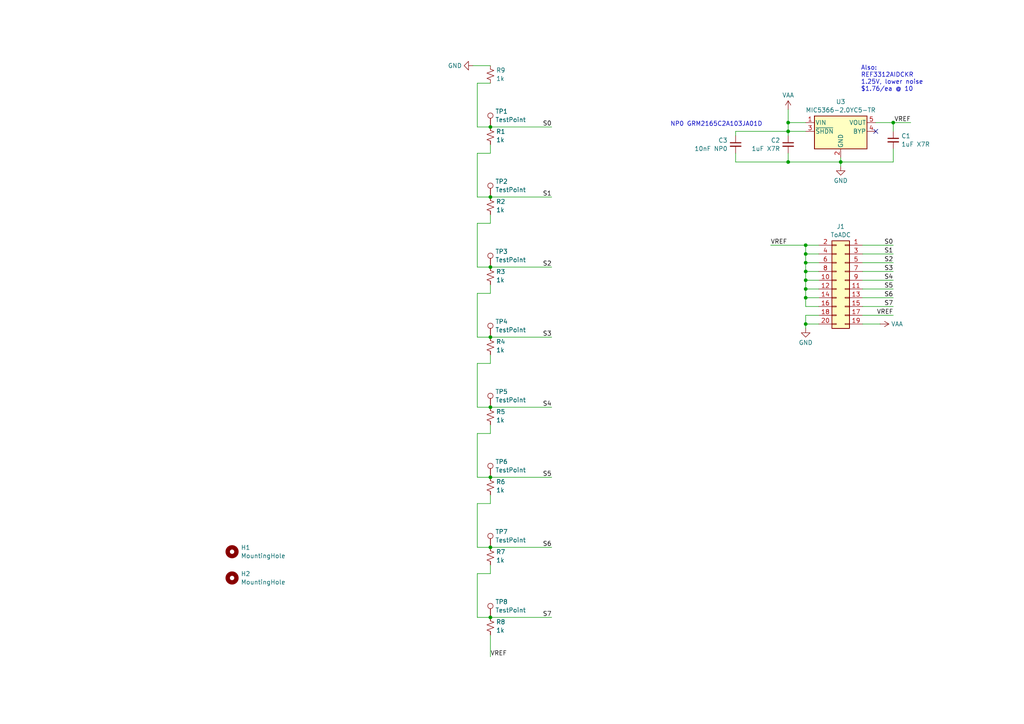
<source format=kicad_sch>
(kicad_sch
	(version 20231120)
	(generator "eeschema")
	(generator_version "8.0")
	(uuid "7ebe27f6-63b1-46f1-bd8f-28e742a7d77c")
	(paper "A4")
	(lib_symbols
		(symbol "Connector:TestPoint"
			(pin_numbers hide)
			(pin_names
				(offset 0.762) hide)
			(exclude_from_sim no)
			(in_bom yes)
			(on_board yes)
			(property "Reference" "TP"
				(at 0 6.858 0)
				(effects
					(font
						(size 1.27 1.27)
					)
				)
			)
			(property "Value" "TestPoint"
				(at 0 5.08 0)
				(effects
					(font
						(size 1.27 1.27)
					)
				)
			)
			(property "Footprint" ""
				(at 5.08 0 0)
				(effects
					(font
						(size 1.27 1.27)
					)
					(hide yes)
				)
			)
			(property "Datasheet" "~"
				(at 5.08 0 0)
				(effects
					(font
						(size 1.27 1.27)
					)
					(hide yes)
				)
			)
			(property "Description" "test point"
				(at 0 0 0)
				(effects
					(font
						(size 1.27 1.27)
					)
					(hide yes)
				)
			)
			(property "ki_keywords" "test point tp"
				(at 0 0 0)
				(effects
					(font
						(size 1.27 1.27)
					)
					(hide yes)
				)
			)
			(property "ki_fp_filters" "Pin* Test*"
				(at 0 0 0)
				(effects
					(font
						(size 1.27 1.27)
					)
					(hide yes)
				)
			)
			(symbol "TestPoint_0_1"
				(circle
					(center 0 3.302)
					(radius 0.762)
					(stroke
						(width 0)
						(type default)
					)
					(fill
						(type none)
					)
				)
			)
			(symbol "TestPoint_1_1"
				(pin passive line
					(at 0 0 90)
					(length 2.54)
					(name "1"
						(effects
							(font
								(size 1.27 1.27)
							)
						)
					)
					(number "1"
						(effects
							(font
								(size 1.27 1.27)
							)
						)
					)
				)
			)
		)
		(symbol "Connector_Generic:Conn_02x10_Odd_Even"
			(pin_names
				(offset 1.016) hide)
			(exclude_from_sim no)
			(in_bom yes)
			(on_board yes)
			(property "Reference" "J"
				(at 1.27 12.7 0)
				(effects
					(font
						(size 1.27 1.27)
					)
				)
			)
			(property "Value" "Conn_02x10_Odd_Even"
				(at 1.27 -15.24 0)
				(effects
					(font
						(size 1.27 1.27)
					)
				)
			)
			(property "Footprint" ""
				(at 0 0 0)
				(effects
					(font
						(size 1.27 1.27)
					)
					(hide yes)
				)
			)
			(property "Datasheet" "~"
				(at 0 0 0)
				(effects
					(font
						(size 1.27 1.27)
					)
					(hide yes)
				)
			)
			(property "Description" "Generic connector, double row, 02x10, odd/even pin numbering scheme (row 1 odd numbers, row 2 even numbers), script generated (kicad-library-utils/schlib/autogen/connector/)"
				(at 0 0 0)
				(effects
					(font
						(size 1.27 1.27)
					)
					(hide yes)
				)
			)
			(property "ki_keywords" "connector"
				(at 0 0 0)
				(effects
					(font
						(size 1.27 1.27)
					)
					(hide yes)
				)
			)
			(property "ki_fp_filters" "Connector*:*_2x??_*"
				(at 0 0 0)
				(effects
					(font
						(size 1.27 1.27)
					)
					(hide yes)
				)
			)
			(symbol "Conn_02x10_Odd_Even_1_1"
				(rectangle
					(start -1.27 -12.573)
					(end 0 -12.827)
					(stroke
						(width 0.1524)
						(type default)
					)
					(fill
						(type none)
					)
				)
				(rectangle
					(start -1.27 -10.033)
					(end 0 -10.287)
					(stroke
						(width 0.1524)
						(type default)
					)
					(fill
						(type none)
					)
				)
				(rectangle
					(start -1.27 -7.493)
					(end 0 -7.747)
					(stroke
						(width 0.1524)
						(type default)
					)
					(fill
						(type none)
					)
				)
				(rectangle
					(start -1.27 -4.953)
					(end 0 -5.207)
					(stroke
						(width 0.1524)
						(type default)
					)
					(fill
						(type none)
					)
				)
				(rectangle
					(start -1.27 -2.413)
					(end 0 -2.667)
					(stroke
						(width 0.1524)
						(type default)
					)
					(fill
						(type none)
					)
				)
				(rectangle
					(start -1.27 0.127)
					(end 0 -0.127)
					(stroke
						(width 0.1524)
						(type default)
					)
					(fill
						(type none)
					)
				)
				(rectangle
					(start -1.27 2.667)
					(end 0 2.413)
					(stroke
						(width 0.1524)
						(type default)
					)
					(fill
						(type none)
					)
				)
				(rectangle
					(start -1.27 5.207)
					(end 0 4.953)
					(stroke
						(width 0.1524)
						(type default)
					)
					(fill
						(type none)
					)
				)
				(rectangle
					(start -1.27 7.747)
					(end 0 7.493)
					(stroke
						(width 0.1524)
						(type default)
					)
					(fill
						(type none)
					)
				)
				(rectangle
					(start -1.27 10.287)
					(end 0 10.033)
					(stroke
						(width 0.1524)
						(type default)
					)
					(fill
						(type none)
					)
				)
				(rectangle
					(start -1.27 11.43)
					(end 3.81 -13.97)
					(stroke
						(width 0.254)
						(type default)
					)
					(fill
						(type background)
					)
				)
				(rectangle
					(start 3.81 -12.573)
					(end 2.54 -12.827)
					(stroke
						(width 0.1524)
						(type default)
					)
					(fill
						(type none)
					)
				)
				(rectangle
					(start 3.81 -10.033)
					(end 2.54 -10.287)
					(stroke
						(width 0.1524)
						(type default)
					)
					(fill
						(type none)
					)
				)
				(rectangle
					(start 3.81 -7.493)
					(end 2.54 -7.747)
					(stroke
						(width 0.1524)
						(type default)
					)
					(fill
						(type none)
					)
				)
				(rectangle
					(start 3.81 -4.953)
					(end 2.54 -5.207)
					(stroke
						(width 0.1524)
						(type default)
					)
					(fill
						(type none)
					)
				)
				(rectangle
					(start 3.81 -2.413)
					(end 2.54 -2.667)
					(stroke
						(width 0.1524)
						(type default)
					)
					(fill
						(type none)
					)
				)
				(rectangle
					(start 3.81 0.127)
					(end 2.54 -0.127)
					(stroke
						(width 0.1524)
						(type default)
					)
					(fill
						(type none)
					)
				)
				(rectangle
					(start 3.81 2.667)
					(end 2.54 2.413)
					(stroke
						(width 0.1524)
						(type default)
					)
					(fill
						(type none)
					)
				)
				(rectangle
					(start 3.81 5.207)
					(end 2.54 4.953)
					(stroke
						(width 0.1524)
						(type default)
					)
					(fill
						(type none)
					)
				)
				(rectangle
					(start 3.81 7.747)
					(end 2.54 7.493)
					(stroke
						(width 0.1524)
						(type default)
					)
					(fill
						(type none)
					)
				)
				(rectangle
					(start 3.81 10.287)
					(end 2.54 10.033)
					(stroke
						(width 0.1524)
						(type default)
					)
					(fill
						(type none)
					)
				)
				(pin passive line
					(at -5.08 10.16 0)
					(length 3.81)
					(name "Pin_1"
						(effects
							(font
								(size 1.27 1.27)
							)
						)
					)
					(number "1"
						(effects
							(font
								(size 1.27 1.27)
							)
						)
					)
				)
				(pin passive line
					(at 7.62 0 180)
					(length 3.81)
					(name "Pin_10"
						(effects
							(font
								(size 1.27 1.27)
							)
						)
					)
					(number "10"
						(effects
							(font
								(size 1.27 1.27)
							)
						)
					)
				)
				(pin passive line
					(at -5.08 -2.54 0)
					(length 3.81)
					(name "Pin_11"
						(effects
							(font
								(size 1.27 1.27)
							)
						)
					)
					(number "11"
						(effects
							(font
								(size 1.27 1.27)
							)
						)
					)
				)
				(pin passive line
					(at 7.62 -2.54 180)
					(length 3.81)
					(name "Pin_12"
						(effects
							(font
								(size 1.27 1.27)
							)
						)
					)
					(number "12"
						(effects
							(font
								(size 1.27 1.27)
							)
						)
					)
				)
				(pin passive line
					(at -5.08 -5.08 0)
					(length 3.81)
					(name "Pin_13"
						(effects
							(font
								(size 1.27 1.27)
							)
						)
					)
					(number "13"
						(effects
							(font
								(size 1.27 1.27)
							)
						)
					)
				)
				(pin passive line
					(at 7.62 -5.08 180)
					(length 3.81)
					(name "Pin_14"
						(effects
							(font
								(size 1.27 1.27)
							)
						)
					)
					(number "14"
						(effects
							(font
								(size 1.27 1.27)
							)
						)
					)
				)
				(pin passive line
					(at -5.08 -7.62 0)
					(length 3.81)
					(name "Pin_15"
						(effects
							(font
								(size 1.27 1.27)
							)
						)
					)
					(number "15"
						(effects
							(font
								(size 1.27 1.27)
							)
						)
					)
				)
				(pin passive line
					(at 7.62 -7.62 180)
					(length 3.81)
					(name "Pin_16"
						(effects
							(font
								(size 1.27 1.27)
							)
						)
					)
					(number "16"
						(effects
							(font
								(size 1.27 1.27)
							)
						)
					)
				)
				(pin passive line
					(at -5.08 -10.16 0)
					(length 3.81)
					(name "Pin_17"
						(effects
							(font
								(size 1.27 1.27)
							)
						)
					)
					(number "17"
						(effects
							(font
								(size 1.27 1.27)
							)
						)
					)
				)
				(pin passive line
					(at 7.62 -10.16 180)
					(length 3.81)
					(name "Pin_18"
						(effects
							(font
								(size 1.27 1.27)
							)
						)
					)
					(number "18"
						(effects
							(font
								(size 1.27 1.27)
							)
						)
					)
				)
				(pin passive line
					(at -5.08 -12.7 0)
					(length 3.81)
					(name "Pin_19"
						(effects
							(font
								(size 1.27 1.27)
							)
						)
					)
					(number "19"
						(effects
							(font
								(size 1.27 1.27)
							)
						)
					)
				)
				(pin passive line
					(at 7.62 10.16 180)
					(length 3.81)
					(name "Pin_2"
						(effects
							(font
								(size 1.27 1.27)
							)
						)
					)
					(number "2"
						(effects
							(font
								(size 1.27 1.27)
							)
						)
					)
				)
				(pin passive line
					(at 7.62 -12.7 180)
					(length 3.81)
					(name "Pin_20"
						(effects
							(font
								(size 1.27 1.27)
							)
						)
					)
					(number "20"
						(effects
							(font
								(size 1.27 1.27)
							)
						)
					)
				)
				(pin passive line
					(at -5.08 7.62 0)
					(length 3.81)
					(name "Pin_3"
						(effects
							(font
								(size 1.27 1.27)
							)
						)
					)
					(number "3"
						(effects
							(font
								(size 1.27 1.27)
							)
						)
					)
				)
				(pin passive line
					(at 7.62 7.62 180)
					(length 3.81)
					(name "Pin_4"
						(effects
							(font
								(size 1.27 1.27)
							)
						)
					)
					(number "4"
						(effects
							(font
								(size 1.27 1.27)
							)
						)
					)
				)
				(pin passive line
					(at -5.08 5.08 0)
					(length 3.81)
					(name "Pin_5"
						(effects
							(font
								(size 1.27 1.27)
							)
						)
					)
					(number "5"
						(effects
							(font
								(size 1.27 1.27)
							)
						)
					)
				)
				(pin passive line
					(at 7.62 5.08 180)
					(length 3.81)
					(name "Pin_6"
						(effects
							(font
								(size 1.27 1.27)
							)
						)
					)
					(number "6"
						(effects
							(font
								(size 1.27 1.27)
							)
						)
					)
				)
				(pin passive line
					(at -5.08 2.54 0)
					(length 3.81)
					(name "Pin_7"
						(effects
							(font
								(size 1.27 1.27)
							)
						)
					)
					(number "7"
						(effects
							(font
								(size 1.27 1.27)
							)
						)
					)
				)
				(pin passive line
					(at 7.62 2.54 180)
					(length 3.81)
					(name "Pin_8"
						(effects
							(font
								(size 1.27 1.27)
							)
						)
					)
					(number "8"
						(effects
							(font
								(size 1.27 1.27)
							)
						)
					)
				)
				(pin passive line
					(at -5.08 0 0)
					(length 3.81)
					(name "Pin_9"
						(effects
							(font
								(size 1.27 1.27)
							)
						)
					)
					(number "9"
						(effects
							(font
								(size 1.27 1.27)
							)
						)
					)
				)
			)
		)
		(symbol "Device:C_Small"
			(pin_numbers hide)
			(pin_names
				(offset 0.254) hide)
			(exclude_from_sim no)
			(in_bom yes)
			(on_board yes)
			(property "Reference" "C"
				(at 0.254 1.778 0)
				(effects
					(font
						(size 1.27 1.27)
					)
					(justify left)
				)
			)
			(property "Value" "C_Small"
				(at 0.254 -2.032 0)
				(effects
					(font
						(size 1.27 1.27)
					)
					(justify left)
				)
			)
			(property "Footprint" ""
				(at 0 0 0)
				(effects
					(font
						(size 1.27 1.27)
					)
					(hide yes)
				)
			)
			(property "Datasheet" "~"
				(at 0 0 0)
				(effects
					(font
						(size 1.27 1.27)
					)
					(hide yes)
				)
			)
			(property "Description" "Unpolarized capacitor, small symbol"
				(at 0 0 0)
				(effects
					(font
						(size 1.27 1.27)
					)
					(hide yes)
				)
			)
			(property "ki_keywords" "capacitor cap"
				(at 0 0 0)
				(effects
					(font
						(size 1.27 1.27)
					)
					(hide yes)
				)
			)
			(property "ki_fp_filters" "C_*"
				(at 0 0 0)
				(effects
					(font
						(size 1.27 1.27)
					)
					(hide yes)
				)
			)
			(symbol "C_Small_0_1"
				(polyline
					(pts
						(xy -1.524 -0.508) (xy 1.524 -0.508)
					)
					(stroke
						(width 0.3302)
						(type default)
					)
					(fill
						(type none)
					)
				)
				(polyline
					(pts
						(xy -1.524 0.508) (xy 1.524 0.508)
					)
					(stroke
						(width 0.3048)
						(type default)
					)
					(fill
						(type none)
					)
				)
			)
			(symbol "C_Small_1_1"
				(pin passive line
					(at 0 2.54 270)
					(length 2.032)
					(name "~"
						(effects
							(font
								(size 1.27 1.27)
							)
						)
					)
					(number "1"
						(effects
							(font
								(size 1.27 1.27)
							)
						)
					)
				)
				(pin passive line
					(at 0 -2.54 90)
					(length 2.032)
					(name "~"
						(effects
							(font
								(size 1.27 1.27)
							)
						)
					)
					(number "2"
						(effects
							(font
								(size 1.27 1.27)
							)
						)
					)
				)
			)
		)
		(symbol "Device:R_Small_US"
			(pin_numbers hide)
			(pin_names
				(offset 0.254) hide)
			(exclude_from_sim no)
			(in_bom yes)
			(on_board yes)
			(property "Reference" "R"
				(at 0.762 0.508 0)
				(effects
					(font
						(size 1.27 1.27)
					)
					(justify left)
				)
			)
			(property "Value" "R_Small_US"
				(at 0.762 -1.016 0)
				(effects
					(font
						(size 1.27 1.27)
					)
					(justify left)
				)
			)
			(property "Footprint" ""
				(at 0 0 0)
				(effects
					(font
						(size 1.27 1.27)
					)
					(hide yes)
				)
			)
			(property "Datasheet" "~"
				(at 0 0 0)
				(effects
					(font
						(size 1.27 1.27)
					)
					(hide yes)
				)
			)
			(property "Description" "Resistor, small US symbol"
				(at 0 0 0)
				(effects
					(font
						(size 1.27 1.27)
					)
					(hide yes)
				)
			)
			(property "ki_keywords" "r resistor"
				(at 0 0 0)
				(effects
					(font
						(size 1.27 1.27)
					)
					(hide yes)
				)
			)
			(property "ki_fp_filters" "R_*"
				(at 0 0 0)
				(effects
					(font
						(size 1.27 1.27)
					)
					(hide yes)
				)
			)
			(symbol "R_Small_US_1_1"
				(polyline
					(pts
						(xy 0 0) (xy 1.016 -0.381) (xy 0 -0.762) (xy -1.016 -1.143) (xy 0 -1.524)
					)
					(stroke
						(width 0)
						(type default)
					)
					(fill
						(type none)
					)
				)
				(polyline
					(pts
						(xy 0 1.524) (xy 1.016 1.143) (xy 0 0.762) (xy -1.016 0.381) (xy 0 0)
					)
					(stroke
						(width 0)
						(type default)
					)
					(fill
						(type none)
					)
				)
				(pin passive line
					(at 0 2.54 270)
					(length 1.016)
					(name "~"
						(effects
							(font
								(size 1.27 1.27)
							)
						)
					)
					(number "1"
						(effects
							(font
								(size 1.27 1.27)
							)
						)
					)
				)
				(pin passive line
					(at 0 -2.54 90)
					(length 1.016)
					(name "~"
						(effects
							(font
								(size 1.27 1.27)
							)
						)
					)
					(number "2"
						(effects
							(font
								(size 1.27 1.27)
							)
						)
					)
				)
			)
		)
		(symbol "Mechanical:MountingHole"
			(pin_names
				(offset 1.016)
			)
			(exclude_from_sim yes)
			(in_bom no)
			(on_board yes)
			(property "Reference" "H"
				(at 0 5.08 0)
				(effects
					(font
						(size 1.27 1.27)
					)
				)
			)
			(property "Value" "MountingHole"
				(at 0 3.175 0)
				(effects
					(font
						(size 1.27 1.27)
					)
				)
			)
			(property "Footprint" ""
				(at 0 0 0)
				(effects
					(font
						(size 1.27 1.27)
					)
					(hide yes)
				)
			)
			(property "Datasheet" "~"
				(at 0 0 0)
				(effects
					(font
						(size 1.27 1.27)
					)
					(hide yes)
				)
			)
			(property "Description" "Mounting Hole without connection"
				(at 0 0 0)
				(effects
					(font
						(size 1.27 1.27)
					)
					(hide yes)
				)
			)
			(property "ki_keywords" "mounting hole"
				(at 0 0 0)
				(effects
					(font
						(size 1.27 1.27)
					)
					(hide yes)
				)
			)
			(property "ki_fp_filters" "MountingHole*"
				(at 0 0 0)
				(effects
					(font
						(size 1.27 1.27)
					)
					(hide yes)
				)
			)
			(symbol "MountingHole_0_1"
				(circle
					(center 0 0)
					(radius 1.27)
					(stroke
						(width 1.27)
						(type default)
					)
					(fill
						(type none)
					)
				)
			)
		)
		(symbol "Regulator_Linear:APE8865U5-20-HF-3"
			(pin_names
				(offset 0.254)
			)
			(exclude_from_sim no)
			(in_bom yes)
			(on_board yes)
			(property "Reference" "U"
				(at -6.35 5.715 0)
				(effects
					(font
						(size 1.27 1.27)
					)
				)
			)
			(property "Value" "APE8865U5-20-HF-3"
				(at -3.175 5.715 0)
				(effects
					(font
						(size 1.27 1.27)
					)
					(justify left)
				)
			)
			(property "Footprint" "Package_TO_SOT_SMD:SOT-353_SC-70-5"
				(at 0 7.62 0)
				(effects
					(font
						(size 1.27 1.27)
						(italic yes)
					)
					(hide yes)
				)
			)
			(property "Datasheet" "http://www.tme.eu/fr/Document/ced3461ed31ea70a3c416fb648e0cde7/APE8865-3.pdf"
				(at 0 0 0)
				(effects
					(font
						(size 1.27 1.27)
					)
					(hide yes)
				)
			)
			(property "Description" "300mA Low Dropout Voltage Regulator, Fixed Output 2.0V, SC-70-5"
				(at 0 0 0)
				(effects
					(font
						(size 1.27 1.27)
					)
					(hide yes)
				)
			)
			(property "ki_keywords" "300mA LDO Regulator Fixed Positive"
				(at 0 0 0)
				(effects
					(font
						(size 1.27 1.27)
					)
					(hide yes)
				)
			)
			(property "ki_fp_filters" "*SC?70*"
				(at 0 0 0)
				(effects
					(font
						(size 1.27 1.27)
					)
					(hide yes)
				)
			)
			(symbol "APE8865U5-20-HF-3_0_1"
				(rectangle
					(start -7.62 4.445)
					(end 7.62 -5.08)
					(stroke
						(width 0.254)
						(type default)
					)
					(fill
						(type background)
					)
				)
			)
			(symbol "APE8865U5-20-HF-3_1_1"
				(pin power_in line
					(at -10.16 2.54 0)
					(length 2.54)
					(name "VIN"
						(effects
							(font
								(size 1.27 1.27)
							)
						)
					)
					(number "1"
						(effects
							(font
								(size 1.27 1.27)
							)
						)
					)
				)
				(pin power_in line
					(at 0 -7.62 90)
					(length 2.54)
					(name "GND"
						(effects
							(font
								(size 1.27 1.27)
							)
						)
					)
					(number "2"
						(effects
							(font
								(size 1.27 1.27)
							)
						)
					)
				)
				(pin input line
					(at -10.16 0 0)
					(length 2.54)
					(name "~{SHDN}"
						(effects
							(font
								(size 1.27 1.27)
							)
						)
					)
					(number "3"
						(effects
							(font
								(size 1.27 1.27)
							)
						)
					)
				)
				(pin input line
					(at 10.16 0 180)
					(length 2.54)
					(name "BYP"
						(effects
							(font
								(size 1.27 1.27)
							)
						)
					)
					(number "4"
						(effects
							(font
								(size 1.27 1.27)
							)
						)
					)
				)
				(pin power_out line
					(at 10.16 2.54 180)
					(length 2.54)
					(name "VOUT"
						(effects
							(font
								(size 1.27 1.27)
							)
						)
					)
					(number "5"
						(effects
							(font
								(size 1.27 1.27)
							)
						)
					)
				)
			)
		)
		(symbol "power:GND"
			(power)
			(pin_numbers hide)
			(pin_names
				(offset 0) hide)
			(exclude_from_sim no)
			(in_bom yes)
			(on_board yes)
			(property "Reference" "#PWR"
				(at 0 -6.35 0)
				(effects
					(font
						(size 1.27 1.27)
					)
					(hide yes)
				)
			)
			(property "Value" "GND"
				(at 0 -3.81 0)
				(effects
					(font
						(size 1.27 1.27)
					)
				)
			)
			(property "Footprint" ""
				(at 0 0 0)
				(effects
					(font
						(size 1.27 1.27)
					)
					(hide yes)
				)
			)
			(property "Datasheet" ""
				(at 0 0 0)
				(effects
					(font
						(size 1.27 1.27)
					)
					(hide yes)
				)
			)
			(property "Description" "Power symbol creates a global label with name \"GND\" , ground"
				(at 0 0 0)
				(effects
					(font
						(size 1.27 1.27)
					)
					(hide yes)
				)
			)
			(property "ki_keywords" "global power"
				(at 0 0 0)
				(effects
					(font
						(size 1.27 1.27)
					)
					(hide yes)
				)
			)
			(symbol "GND_0_1"
				(polyline
					(pts
						(xy 0 0) (xy 0 -1.27) (xy 1.27 -1.27) (xy 0 -2.54) (xy -1.27 -1.27) (xy 0 -1.27)
					)
					(stroke
						(width 0)
						(type default)
					)
					(fill
						(type none)
					)
				)
			)
			(symbol "GND_1_1"
				(pin power_in line
					(at 0 0 270)
					(length 0)
					(name "~"
						(effects
							(font
								(size 1.27 1.27)
							)
						)
					)
					(number "1"
						(effects
							(font
								(size 1.27 1.27)
							)
						)
					)
				)
			)
		)
		(symbol "power:VAA"
			(power)
			(pin_numbers hide)
			(pin_names
				(offset 0) hide)
			(exclude_from_sim no)
			(in_bom yes)
			(on_board yes)
			(property "Reference" "#PWR"
				(at 0 -3.81 0)
				(effects
					(font
						(size 1.27 1.27)
					)
					(hide yes)
				)
			)
			(property "Value" "VAA"
				(at 0 3.556 0)
				(effects
					(font
						(size 1.27 1.27)
					)
				)
			)
			(property "Footprint" ""
				(at 0 0 0)
				(effects
					(font
						(size 1.27 1.27)
					)
					(hide yes)
				)
			)
			(property "Datasheet" ""
				(at 0 0 0)
				(effects
					(font
						(size 1.27 1.27)
					)
					(hide yes)
				)
			)
			(property "Description" "Power symbol creates a global label with name \"VAA\""
				(at 0 0 0)
				(effects
					(font
						(size 1.27 1.27)
					)
					(hide yes)
				)
			)
			(property "ki_keywords" "global power"
				(at 0 0 0)
				(effects
					(font
						(size 1.27 1.27)
					)
					(hide yes)
				)
			)
			(symbol "VAA_0_1"
				(polyline
					(pts
						(xy -0.762 1.27) (xy 0 2.54)
					)
					(stroke
						(width 0)
						(type default)
					)
					(fill
						(type none)
					)
				)
				(polyline
					(pts
						(xy 0 0) (xy 0 2.54)
					)
					(stroke
						(width 0)
						(type default)
					)
					(fill
						(type none)
					)
				)
				(polyline
					(pts
						(xy 0 2.54) (xy 0.762 1.27)
					)
					(stroke
						(width 0)
						(type default)
					)
					(fill
						(type none)
					)
				)
			)
			(symbol "VAA_1_1"
				(pin power_in line
					(at 0 0 90)
					(length 0)
					(name "~"
						(effects
							(font
								(size 1.27 1.27)
							)
						)
					)
					(number "1"
						(effects
							(font
								(size 1.27 1.27)
							)
						)
					)
				)
			)
		)
	)
	(junction
		(at 233.68 78.74)
		(diameter 0)
		(color 0 0 0 0)
		(uuid "095d859e-bcdd-41a6-9136-6bce74ee018e")
	)
	(junction
		(at 142.24 179.07)
		(diameter 0)
		(color 0 0 0 0)
		(uuid "235b75a7-21b4-4c2e-8fe4-e82d817d43d6")
	)
	(junction
		(at 233.68 76.2)
		(diameter 0)
		(color 0 0 0 0)
		(uuid "25de47ee-4995-4b72-9486-46e09b2a582a")
	)
	(junction
		(at 142.24 158.75)
		(diameter 0)
		(color 0 0 0 0)
		(uuid "48264678-d518-40fb-b54c-fc4406002bf9")
	)
	(junction
		(at 233.68 81.28)
		(diameter 0)
		(color 0 0 0 0)
		(uuid "4d9f758d-7637-4de3-a1ee-41258df0e338")
	)
	(junction
		(at 243.84 46.99)
		(diameter 0)
		(color 0 0 0 0)
		(uuid "7d1a4095-a4fe-4da6-9b51-a6b5626271c1")
	)
	(junction
		(at 142.24 57.15)
		(diameter 0)
		(color 0 0 0 0)
		(uuid "8407fd8c-9368-4630-a3dc-0ab0f73cb3c1")
	)
	(junction
		(at 233.68 83.82)
		(diameter 0)
		(color 0 0 0 0)
		(uuid "8658b87f-de1a-46d3-b3d0-0cba60fda071")
	)
	(junction
		(at 142.24 97.79)
		(diameter 0)
		(color 0 0 0 0)
		(uuid "895f799f-f7b9-4a84-9fac-422cdd283552")
	)
	(junction
		(at 233.68 71.12)
		(diameter 0)
		(color 0 0 0 0)
		(uuid "99fbaa5d-609b-4d83-8384-eb963f2aa237")
	)
	(junction
		(at 142.24 138.43)
		(diameter 0)
		(color 0 0 0 0)
		(uuid "9bc310b1-4ad6-46e3-9c0a-221899e82e51")
	)
	(junction
		(at 142.24 36.83)
		(diameter 0)
		(color 0 0 0 0)
		(uuid "a8effc3e-285e-40cf-bf94-a0c30b0b16e3")
	)
	(junction
		(at 228.6 38.1)
		(diameter 0)
		(color 0 0 0 0)
		(uuid "abf30fca-db56-4e6f-bd46-99e725a396a8")
	)
	(junction
		(at 142.24 77.47)
		(diameter 0)
		(color 0 0 0 0)
		(uuid "ac143752-0760-4994-9bac-63bbc80718ea")
	)
	(junction
		(at 228.6 35.56)
		(diameter 0)
		(color 0 0 0 0)
		(uuid "b8856554-ecd7-4cda-98e2-5d15fa69485e")
	)
	(junction
		(at 259.08 35.56)
		(diameter 0)
		(color 0 0 0 0)
		(uuid "cb1d7a0b-f8c8-4271-bfcb-8b06ef5698e7")
	)
	(junction
		(at 228.6 46.99)
		(diameter 0)
		(color 0 0 0 0)
		(uuid "ce1138fc-481f-4442-abcd-03882b455a4d")
	)
	(junction
		(at 142.24 118.11)
		(diameter 0)
		(color 0 0 0 0)
		(uuid "d4258ac5-25de-461e-b9d8-8a8f3daf5a9a")
	)
	(junction
		(at 233.68 86.36)
		(diameter 0)
		(color 0 0 0 0)
		(uuid "e25cfaf2-75d2-46bb-abb2-5c3476562156")
	)
	(junction
		(at 233.68 73.66)
		(diameter 0)
		(color 0 0 0 0)
		(uuid "e747d1c3-6dbd-4a77-9366-d9cf98de59df")
	)
	(junction
		(at 233.68 93.98)
		(diameter 0)
		(color 0 0 0 0)
		(uuid "e773bcbb-8b04-4df3-9b6f-d8f3229ea1ac")
	)
	(no_connect
		(at 254 38.1)
		(uuid "7077ea61-e933-488a-ad90-f2fb14e6ae53")
	)
	(wire
		(pts
			(xy 138.43 44.45) (xy 138.43 57.15)
		)
		(stroke
			(width 0)
			(type default)
		)
		(uuid "02f7a597-6578-43ca-81f6-ca9a0d7fb15c")
	)
	(wire
		(pts
			(xy 142.24 125.73) (xy 138.43 125.73)
		)
		(stroke
			(width 0)
			(type default)
		)
		(uuid "04735cf6-4a71-4843-a9ec-c2489018d740")
	)
	(wire
		(pts
			(xy 142.24 143.51) (xy 142.24 146.05)
		)
		(stroke
			(width 0)
			(type default)
		)
		(uuid "05803ca5-1600-438f-8798-20ef59fe750b")
	)
	(wire
		(pts
			(xy 233.68 81.28) (xy 237.49 81.28)
		)
		(stroke
			(width 0)
			(type default)
		)
		(uuid "09a85b4f-78f9-4b10-a7f3-5034903620ec")
	)
	(wire
		(pts
			(xy 138.43 77.47) (xy 142.24 77.47)
		)
		(stroke
			(width 0)
			(type default)
		)
		(uuid "0b0c1c96-e9ec-41bb-9687-ecb34e8410f7")
	)
	(wire
		(pts
			(xy 142.24 146.05) (xy 138.43 146.05)
		)
		(stroke
			(width 0)
			(type default)
		)
		(uuid "0c1a0848-5af5-4172-ae8e-bf925121f9fa")
	)
	(wire
		(pts
			(xy 142.24 41.91) (xy 142.24 44.45)
		)
		(stroke
			(width 0)
			(type default)
		)
		(uuid "0c86479c-9d14-49d7-99de-db73fd0bbf9e")
	)
	(wire
		(pts
			(xy 243.84 45.72) (xy 243.84 46.99)
		)
		(stroke
			(width 0)
			(type default)
		)
		(uuid "0df6647d-2cf3-4dc5-af1f-fbcaf1c45802")
	)
	(wire
		(pts
			(xy 138.43 24.13) (xy 138.43 36.83)
		)
		(stroke
			(width 0)
			(type default)
		)
		(uuid "0f3dec28-b0e1-4c75-ac67-ef24512bbf9b")
	)
	(wire
		(pts
			(xy 138.43 138.43) (xy 142.24 138.43)
		)
		(stroke
			(width 0)
			(type default)
		)
		(uuid "1115a77b-bc45-4a52-bb68-cb4d3d2757b5")
	)
	(wire
		(pts
			(xy 259.08 35.56) (xy 254 35.56)
		)
		(stroke
			(width 0)
			(type default)
		)
		(uuid "131c4bcc-9a53-4da7-b2b9-87fac3ba57bd")
	)
	(wire
		(pts
			(xy 233.68 73.66) (xy 233.68 76.2)
		)
		(stroke
			(width 0)
			(type default)
		)
		(uuid "168e4526-8e20-47fe-951e-b73ae591dbb6")
	)
	(wire
		(pts
			(xy 142.24 166.37) (xy 138.43 166.37)
		)
		(stroke
			(width 0)
			(type default)
		)
		(uuid "18604ef3-f4b9-4114-beec-0903acfb961d")
	)
	(wire
		(pts
			(xy 233.68 93.98) (xy 237.49 93.98)
		)
		(stroke
			(width 0)
			(type default)
		)
		(uuid "1a91e4c7-bb01-4c9f-aaa3-47c4974ff6fc")
	)
	(wire
		(pts
			(xy 233.68 76.2) (xy 237.49 76.2)
		)
		(stroke
			(width 0)
			(type default)
		)
		(uuid "1e5bfbd5-8ef2-42f7-b995-d5fc40cfea2b")
	)
	(wire
		(pts
			(xy 138.43 97.79) (xy 142.24 97.79)
		)
		(stroke
			(width 0)
			(type default)
		)
		(uuid "21aa2529-f801-4c28-88b6-69d8440e19e7")
	)
	(wire
		(pts
			(xy 250.19 93.98) (xy 255.27 93.98)
		)
		(stroke
			(width 0)
			(type default)
		)
		(uuid "26adf687-14ba-4fe1-bbca-cd3807ea885b")
	)
	(wire
		(pts
			(xy 243.84 46.99) (xy 243.84 48.26)
		)
		(stroke
			(width 0)
			(type default)
		)
		(uuid "2acd1855-1f6b-4fae-a460-a266288e543b")
	)
	(wire
		(pts
			(xy 233.68 76.2) (xy 233.68 78.74)
		)
		(stroke
			(width 0)
			(type default)
		)
		(uuid "2b63c43a-000b-43c1-83c0-fda5836ce877")
	)
	(wire
		(pts
			(xy 138.43 179.07) (xy 142.24 179.07)
		)
		(stroke
			(width 0)
			(type default)
		)
		(uuid "30859ec9-1ce5-4bf0-8161-ecf41621f4d8")
	)
	(wire
		(pts
			(xy 233.68 86.36) (xy 233.68 88.9)
		)
		(stroke
			(width 0)
			(type default)
		)
		(uuid "3286fa3a-c67c-463b-93b8-a2fafbf5dd0c")
	)
	(wire
		(pts
			(xy 142.24 36.83) (xy 160.02 36.83)
		)
		(stroke
			(width 0)
			(type default)
		)
		(uuid "37891ec8-5e50-46b7-9d81-3d3c109b3e5c")
	)
	(wire
		(pts
			(xy 142.24 105.41) (xy 138.43 105.41)
		)
		(stroke
			(width 0)
			(type default)
		)
		(uuid "37be8122-68fe-488f-872b-7cfee8508e37")
	)
	(wire
		(pts
			(xy 233.68 78.74) (xy 233.68 81.28)
		)
		(stroke
			(width 0)
			(type default)
		)
		(uuid "3f6a86dc-8ca0-4e7d-b3dd-4647e3742006")
	)
	(wire
		(pts
			(xy 233.68 73.66) (xy 237.49 73.66)
		)
		(stroke
			(width 0)
			(type default)
		)
		(uuid "3fbcd4a0-ba4a-4888-a015-cf9f6aa087a9")
	)
	(wire
		(pts
			(xy 233.68 81.28) (xy 233.68 83.82)
		)
		(stroke
			(width 0)
			(type default)
		)
		(uuid "3fc6464d-1f79-473b-b4d6-b66bd22b4486")
	)
	(wire
		(pts
			(xy 142.24 19.05) (xy 137.16 19.05)
		)
		(stroke
			(width 0)
			(type default)
		)
		(uuid "435755ce-7181-41b0-aa3f-dca89d874285")
	)
	(wire
		(pts
			(xy 233.68 86.36) (xy 237.49 86.36)
		)
		(stroke
			(width 0)
			(type default)
		)
		(uuid "446849f7-eec2-497f-980a-d47a93ab875b")
	)
	(wire
		(pts
			(xy 142.24 123.19) (xy 142.24 125.73)
		)
		(stroke
			(width 0)
			(type default)
		)
		(uuid "4d8646dd-c4e6-4919-9006-4f44fb756674")
	)
	(wire
		(pts
			(xy 138.43 36.83) (xy 142.24 36.83)
		)
		(stroke
			(width 0)
			(type default)
		)
		(uuid "52879d29-475c-4d34-9dca-7808b880ff02")
	)
	(wire
		(pts
			(xy 250.19 91.44) (xy 259.08 91.44)
		)
		(stroke
			(width 0)
			(type default)
		)
		(uuid "53263c0f-c3d8-4d4e-a2f3-cdad1eb4df9d")
	)
	(wire
		(pts
			(xy 142.24 118.11) (xy 160.02 118.11)
		)
		(stroke
			(width 0)
			(type default)
		)
		(uuid "5978c4a6-3eb2-412a-8d3a-bc53bb57502f")
	)
	(wire
		(pts
			(xy 142.24 85.09) (xy 138.43 85.09)
		)
		(stroke
			(width 0)
			(type default)
		)
		(uuid "5b55503a-7376-45aa-93c4-22c326b13b25")
	)
	(wire
		(pts
			(xy 142.24 184.15) (xy 142.24 190.5)
		)
		(stroke
			(width 0)
			(type default)
		)
		(uuid "5bc995d3-89a9-4032-a280-5d499eda4925")
	)
	(wire
		(pts
			(xy 233.68 83.82) (xy 237.49 83.82)
		)
		(stroke
			(width 0)
			(type default)
		)
		(uuid "5c1c3449-5e2b-4b90-8331-164f4deb575f")
	)
	(wire
		(pts
			(xy 213.36 44.45) (xy 213.36 46.99)
		)
		(stroke
			(width 0)
			(type default)
		)
		(uuid "60f6cc32-6af4-4edc-a8e4-ad003aef2d4e")
	)
	(wire
		(pts
			(xy 228.6 44.45) (xy 228.6 46.99)
		)
		(stroke
			(width 0)
			(type default)
		)
		(uuid "6141c398-738e-4a87-a889-4c40fb5bf749")
	)
	(wire
		(pts
			(xy 138.43 85.09) (xy 138.43 97.79)
		)
		(stroke
			(width 0)
			(type default)
		)
		(uuid "62067f80-7fbc-4901-8849-74ac9a6392bc")
	)
	(wire
		(pts
			(xy 142.24 82.55) (xy 142.24 85.09)
		)
		(stroke
			(width 0)
			(type default)
		)
		(uuid "684ef0ff-c70c-4520-9bff-36527bcbeb23")
	)
	(wire
		(pts
			(xy 142.24 163.83) (xy 142.24 166.37)
		)
		(stroke
			(width 0)
			(type default)
		)
		(uuid "705809e4-d51f-4b85-b535-d4157cf602a7")
	)
	(wire
		(pts
			(xy 228.6 31.75) (xy 228.6 35.56)
		)
		(stroke
			(width 0)
			(type default)
		)
		(uuid "74d5ae0d-29f7-4df0-803c-e06bef159b9c")
	)
	(wire
		(pts
			(xy 228.6 38.1) (xy 233.68 38.1)
		)
		(stroke
			(width 0)
			(type default)
		)
		(uuid "7535801b-bfc9-41b5-88f9-33e2776c9f78")
	)
	(wire
		(pts
			(xy 233.68 93.98) (xy 233.68 95.25)
		)
		(stroke
			(width 0)
			(type default)
		)
		(uuid "765b1269-ce2a-4460-8c04-4f5f41935c80")
	)
	(wire
		(pts
			(xy 138.43 118.11) (xy 142.24 118.11)
		)
		(stroke
			(width 0)
			(type default)
		)
		(uuid "80302b06-6c19-4d85-a7fb-f54e9a4ae046")
	)
	(wire
		(pts
			(xy 228.6 38.1) (xy 228.6 39.37)
		)
		(stroke
			(width 0)
			(type default)
		)
		(uuid "848f1708-75a0-42e7-a699-415c92430cdc")
	)
	(wire
		(pts
			(xy 142.24 138.43) (xy 160.02 138.43)
		)
		(stroke
			(width 0)
			(type default)
		)
		(uuid "886833b2-fd5a-4b21-a887-e95fb83303fe")
	)
	(wire
		(pts
			(xy 250.19 76.2) (xy 259.08 76.2)
		)
		(stroke
			(width 0)
			(type default)
		)
		(uuid "8aa6ca56-9532-4046-a24f-0de2159299de")
	)
	(wire
		(pts
			(xy 142.24 64.77) (xy 138.43 64.77)
		)
		(stroke
			(width 0)
			(type default)
		)
		(uuid "8b7dc9c9-90f7-4561-bee6-ef5217cfbaa7")
	)
	(wire
		(pts
			(xy 233.68 88.9) (xy 237.49 88.9)
		)
		(stroke
			(width 0)
			(type default)
		)
		(uuid "8c16de7a-0f8c-44bc-a54d-ac99e226498a")
	)
	(wire
		(pts
			(xy 250.19 86.36) (xy 259.08 86.36)
		)
		(stroke
			(width 0)
			(type default)
		)
		(uuid "8c735f09-dd7c-4472-9a21-03759822f672")
	)
	(wire
		(pts
			(xy 142.24 102.87) (xy 142.24 105.41)
		)
		(stroke
			(width 0)
			(type default)
		)
		(uuid "8c7bec90-8b0d-499a-b286-088fcd7cf11c")
	)
	(wire
		(pts
			(xy 250.19 78.74) (xy 259.08 78.74)
		)
		(stroke
			(width 0)
			(type default)
		)
		(uuid "9132df7a-e2cc-41f1-a076-2b6216a4850a")
	)
	(wire
		(pts
			(xy 142.24 158.75) (xy 160.02 158.75)
		)
		(stroke
			(width 0)
			(type default)
		)
		(uuid "917e215a-0815-4917-95be-5917e82295c4")
	)
	(wire
		(pts
			(xy 264.16 35.56) (xy 259.08 35.56)
		)
		(stroke
			(width 0)
			(type default)
		)
		(uuid "9249f3e9-4d5f-4467-bd23-ca5928a20599")
	)
	(wire
		(pts
			(xy 142.24 97.79) (xy 160.02 97.79)
		)
		(stroke
			(width 0)
			(type default)
		)
		(uuid "929e6c7b-b172-438d-9d04-2bac4ec0039c")
	)
	(wire
		(pts
			(xy 250.19 81.28) (xy 259.08 81.28)
		)
		(stroke
			(width 0)
			(type default)
		)
		(uuid "93c45930-8655-44e2-942f-150af578721b")
	)
	(wire
		(pts
			(xy 138.43 64.77) (xy 138.43 77.47)
		)
		(stroke
			(width 0)
			(type default)
		)
		(uuid "97f5816a-823d-4de4-8da2-8872b6fe28e8")
	)
	(wire
		(pts
			(xy 213.36 39.37) (xy 213.36 38.1)
		)
		(stroke
			(width 0)
			(type default)
		)
		(uuid "9a29440a-b084-4d91-9d16-c899a57490d7")
	)
	(wire
		(pts
			(xy 142.24 179.07) (xy 160.02 179.07)
		)
		(stroke
			(width 0)
			(type default)
		)
		(uuid "9bfc9ce3-8a88-4080-8709-7b98b38a128f")
	)
	(wire
		(pts
			(xy 142.24 57.15) (xy 160.02 57.15)
		)
		(stroke
			(width 0)
			(type default)
		)
		(uuid "a02efe6f-4405-4699-a113-488f110ede45")
	)
	(wire
		(pts
			(xy 213.36 46.99) (xy 228.6 46.99)
		)
		(stroke
			(width 0)
			(type default)
		)
		(uuid "a70dabbd-0586-4afa-b43c-84bbfba2b96c")
	)
	(wire
		(pts
			(xy 250.19 88.9) (xy 259.08 88.9)
		)
		(stroke
			(width 0)
			(type default)
		)
		(uuid "a933cdc0-310c-45ec-8503-31baa8749125")
	)
	(wire
		(pts
			(xy 233.68 71.12) (xy 237.49 71.12)
		)
		(stroke
			(width 0)
			(type default)
		)
		(uuid "ac7e5003-fe89-41c0-88e1-4e37da5f0637")
	)
	(wire
		(pts
			(xy 259.08 35.56) (xy 259.08 38.1)
		)
		(stroke
			(width 0)
			(type default)
		)
		(uuid "b01b9cb8-2951-484c-a377-88d1e8ca56d1")
	)
	(wire
		(pts
			(xy 142.24 24.13) (xy 138.43 24.13)
		)
		(stroke
			(width 0)
			(type default)
		)
		(uuid "b3ac3599-8159-4ded-8984-e11b3118e881")
	)
	(wire
		(pts
			(xy 142.24 62.23) (xy 142.24 64.77)
		)
		(stroke
			(width 0)
			(type default)
		)
		(uuid "b9fa66c1-20d2-49c0-a001-92c4e3552f59")
	)
	(wire
		(pts
			(xy 233.68 78.74) (xy 237.49 78.74)
		)
		(stroke
			(width 0)
			(type default)
		)
		(uuid "bb668b1a-1914-43c0-ade9-8514662bb5d8")
	)
	(wire
		(pts
			(xy 138.43 158.75) (xy 142.24 158.75)
		)
		(stroke
			(width 0)
			(type default)
		)
		(uuid "c307273a-eeed-4244-a99d-f5ddc9f485f4")
	)
	(wire
		(pts
			(xy 223.52 71.12) (xy 233.68 71.12)
		)
		(stroke
			(width 0)
			(type default)
		)
		(uuid "c34a5af9-d6a2-4a9a-888b-424994df48fa")
	)
	(wire
		(pts
			(xy 233.68 91.44) (xy 237.49 91.44)
		)
		(stroke
			(width 0)
			(type default)
		)
		(uuid "c8917777-3fd6-4ed9-bfc5-e044c9b6c953")
	)
	(wire
		(pts
			(xy 138.43 166.37) (xy 138.43 179.07)
		)
		(stroke
			(width 0)
			(type default)
		)
		(uuid "c8ef133c-53d6-4cb6-ac13-7d3a5ba1b115")
	)
	(wire
		(pts
			(xy 250.19 73.66) (xy 259.08 73.66)
		)
		(stroke
			(width 0)
			(type default)
		)
		(uuid "c940e442-8b05-48e0-bcbd-b0cb86f72444")
	)
	(wire
		(pts
			(xy 138.43 146.05) (xy 138.43 158.75)
		)
		(stroke
			(width 0)
			(type default)
		)
		(uuid "cacd14e4-88e9-4b61-958b-3bff62e27902")
	)
	(wire
		(pts
			(xy 228.6 35.56) (xy 228.6 38.1)
		)
		(stroke
			(width 0)
			(type default)
		)
		(uuid "cf6d23ce-342d-4d26-8c4a-00f23976c73f")
	)
	(wire
		(pts
			(xy 233.68 71.12) (xy 233.68 73.66)
		)
		(stroke
			(width 0)
			(type default)
		)
		(uuid "d2195a4f-b1f0-42ed-86a2-0bd74b218203")
	)
	(wire
		(pts
			(xy 250.19 71.12) (xy 259.08 71.12)
		)
		(stroke
			(width 0)
			(type default)
		)
		(uuid "d3c77a1a-2f5a-4d56-b7af-a975d5b2e527")
	)
	(wire
		(pts
			(xy 138.43 105.41) (xy 138.43 118.11)
		)
		(stroke
			(width 0)
			(type default)
		)
		(uuid "d4620d2a-4a41-48a2-a234-1374cd2668a6")
	)
	(wire
		(pts
			(xy 259.08 43.18) (xy 259.08 46.99)
		)
		(stroke
			(width 0)
			(type default)
		)
		(uuid "d5a24e3d-3692-40bb-b68b-c143c2c1ea7b")
	)
	(wire
		(pts
			(xy 228.6 35.56) (xy 233.68 35.56)
		)
		(stroke
			(width 0)
			(type default)
		)
		(uuid "d8f19177-492e-4ba8-bdd4-7650891e5ef2")
	)
	(wire
		(pts
			(xy 138.43 57.15) (xy 142.24 57.15)
		)
		(stroke
			(width 0)
			(type default)
		)
		(uuid "dda3ed02-f39f-404b-a1e9-192bb9ff86f0")
	)
	(wire
		(pts
			(xy 213.36 38.1) (xy 228.6 38.1)
		)
		(stroke
			(width 0)
			(type default)
		)
		(uuid "de5719df-d598-4482-828a-b72305d889bf")
	)
	(wire
		(pts
			(xy 138.43 125.73) (xy 138.43 138.43)
		)
		(stroke
			(width 0)
			(type default)
		)
		(uuid "e3809a53-855a-41fb-b66e-05d67a76c8c8")
	)
	(wire
		(pts
			(xy 233.68 91.44) (xy 233.68 93.98)
		)
		(stroke
			(width 0)
			(type default)
		)
		(uuid "e6f6be03-eec0-420c-b684-6e71fceeb1c9")
	)
	(wire
		(pts
			(xy 228.6 46.99) (xy 243.84 46.99)
		)
		(stroke
			(width 0)
			(type default)
		)
		(uuid "ea71e4c0-3ae1-44a7-a844-5a9f8cbb39e5")
	)
	(wire
		(pts
			(xy 142.24 44.45) (xy 138.43 44.45)
		)
		(stroke
			(width 0)
			(type default)
		)
		(uuid "eb5f93f3-8763-4035-a665-7e7363520f86")
	)
	(wire
		(pts
			(xy 142.24 77.47) (xy 160.02 77.47)
		)
		(stroke
			(width 0)
			(type default)
		)
		(uuid "f2cf3180-71a2-4081-b61f-abd9361fe138")
	)
	(wire
		(pts
			(xy 259.08 46.99) (xy 243.84 46.99)
		)
		(stroke
			(width 0)
			(type default)
		)
		(uuid "f309046c-43d2-4c54-8a2d-d670694323bd")
	)
	(wire
		(pts
			(xy 250.19 83.82) (xy 259.08 83.82)
		)
		(stroke
			(width 0)
			(type default)
		)
		(uuid "f9cd54e9-5d6c-4538-87bd-89dee00566d5")
	)
	(wire
		(pts
			(xy 233.68 83.82) (xy 233.68 86.36)
		)
		(stroke
			(width 0)
			(type default)
		)
		(uuid "ff8d8a15-96b7-47e0-8488-8a3723f9e6d2")
	)
	(text "Also:\nREF3312AIDCKR\n1.25V, lower noise\n$1.76/ea @ 10"
		(exclude_from_sim no)
		(at 249.682 22.86 0)
		(effects
			(font
				(size 1.27 1.27)
			)
			(justify left)
		)
		(uuid "8ca85cef-39cd-42cd-93b8-719a1651d893")
	)
	(text "NP0 GRM2165C2A103JA01D"
		(exclude_from_sim no)
		(at 207.772 36.068 0)
		(effects
			(font
				(size 1.27 1.27)
			)
		)
		(uuid "f5ca8b65-b480-4b7f-8e4a-ae82ef00eb6f")
	)
	(label "S1"
		(at 259.08 73.66 180)
		(fields_autoplaced yes)
		(effects
			(font
				(size 1.27 1.27)
			)
			(justify right bottom)
		)
		(uuid "47421422-8469-4ebe-8395-05c7adac2eed")
	)
	(label "VREF"
		(at 142.24 190.5 0)
		(fields_autoplaced yes)
		(effects
			(font
				(size 1.27 1.27)
			)
			(justify left bottom)
		)
		(uuid "4b5c85d2-760e-4068-bccf-0e0bd75b29d3")
	)
	(label "S3"
		(at 160.02 97.79 180)
		(fields_autoplaced yes)
		(effects
			(font
				(size 1.27 1.27)
			)
			(justify right bottom)
		)
		(uuid "507b2637-c3ac-46df-82e7-7ea480e18337")
	)
	(label "S2"
		(at 160.02 77.47 180)
		(fields_autoplaced yes)
		(effects
			(font
				(size 1.27 1.27)
			)
			(justify right bottom)
		)
		(uuid "5a6ecb5d-1c97-48e6-a5d5-e67e58b61e26")
	)
	(label "S5"
		(at 259.08 83.82 180)
		(fields_autoplaced yes)
		(effects
			(font
				(size 1.27 1.27)
			)
			(justify right bottom)
		)
		(uuid "625b4284-c48e-4357-971a-40967bde3536")
	)
	(label "S6"
		(at 160.02 158.75 180)
		(fields_autoplaced yes)
		(effects
			(font
				(size 1.27 1.27)
			)
			(justify right bottom)
		)
		(uuid "8243d6e2-f7e4-4c11-9bab-9adcb95e2d84")
	)
	(label "S5"
		(at 160.02 138.43 180)
		(fields_autoplaced yes)
		(effects
			(font
				(size 1.27 1.27)
			)
			(justify right bottom)
		)
		(uuid "8f500f8b-93e8-45d8-a292-ae03e839cd15")
	)
	(label "VREF"
		(at 223.52 71.12 0)
		(fields_autoplaced yes)
		(effects
			(font
				(size 1.27 1.27)
			)
			(justify left bottom)
		)
		(uuid "91f400ae-9404-49d2-a1d2-89937ff49012")
	)
	(label "S4"
		(at 259.08 81.28 180)
		(fields_autoplaced yes)
		(effects
			(font
				(size 1.27 1.27)
			)
			(justify right bottom)
		)
		(uuid "ab627eb6-03d8-4d88-8877-6fefd49bf917")
	)
	(label "VREF"
		(at 264.16 35.56 180)
		(fields_autoplaced yes)
		(effects
			(font
				(size 1.27 1.27)
			)
			(justify right bottom)
		)
		(uuid "b5ab497d-6f95-4ffb-94ad-974c15a5e4ec")
	)
	(label "S7"
		(at 160.02 179.07 180)
		(fields_autoplaced yes)
		(effects
			(font
				(size 1.27 1.27)
			)
			(justify right bottom)
		)
		(uuid "b86c4e58-8b17-4cd6-a505-efcf5e63b350")
	)
	(label "S3"
		(at 259.08 78.74 180)
		(fields_autoplaced yes)
		(effects
			(font
				(size 1.27 1.27)
			)
			(justify right bottom)
		)
		(uuid "c282f257-74e1-4567-a4a4-731b0b7d649a")
	)
	(label "S0"
		(at 259.08 71.12 180)
		(fields_autoplaced yes)
		(effects
			(font
				(size 1.27 1.27)
			)
			(justify right bottom)
		)
		(uuid "c3bd52eb-9a0e-409a-b7ba-20bae34e2367")
	)
	(label "S4"
		(at 160.02 118.11 180)
		(fields_autoplaced yes)
		(effects
			(font
				(size 1.27 1.27)
			)
			(justify right bottom)
		)
		(uuid "c51f17ad-be7d-4753-a7ea-7a83800cd8e4")
	)
	(label "VREF"
		(at 259.08 91.44 180)
		(fields_autoplaced yes)
		(effects
			(font
				(size 1.27 1.27)
			)
			(justify right bottom)
		)
		(uuid "c6ad4931-1683-4f9a-8dd7-40f208d539f9")
	)
	(label "S0"
		(at 160.02 36.83 180)
		(fields_autoplaced yes)
		(effects
			(font
				(size 1.27 1.27)
			)
			(justify right bottom)
		)
		(uuid "d9478f6a-513c-45b7-b6a3-150d49fed3f3")
	)
	(label "S6"
		(at 259.08 86.36 180)
		(fields_autoplaced yes)
		(effects
			(font
				(size 1.27 1.27)
			)
			(justify right bottom)
		)
		(uuid "deff00cd-f991-4671-9292-8713457c78d2")
	)
	(label "S2"
		(at 259.08 76.2 180)
		(fields_autoplaced yes)
		(effects
			(font
				(size 1.27 1.27)
			)
			(justify right bottom)
		)
		(uuid "dffd6069-8ba2-44df-a8fa-8bbdbab319c3")
	)
	(label "S1"
		(at 160.02 57.15 180)
		(fields_autoplaced yes)
		(effects
			(font
				(size 1.27 1.27)
			)
			(justify right bottom)
		)
		(uuid "f5cc5f22-2dfa-485f-bd7b-c9e2e826a343")
	)
	(label "S7"
		(at 259.08 88.9 180)
		(fields_autoplaced yes)
		(effects
			(font
				(size 1.27 1.27)
			)
			(justify right bottom)
		)
		(uuid "fe2dad3f-4335-434c-821c-eab47d15c2b3")
	)
	(symbol
		(lib_id "power:GND")
		(at 137.16 19.05 270)
		(unit 1)
		(exclude_from_sim no)
		(in_bom yes)
		(on_board yes)
		(dnp no)
		(fields_autoplaced yes)
		(uuid "05089cd2-0198-4bb1-a2fc-80e9b3f96cc6")
		(property "Reference" "#PWR03"
			(at 130.81 19.05 0)
			(effects
				(font
					(size 1.27 1.27)
				)
				(hide yes)
			)
		)
		(property "Value" "GND"
			(at 133.9851 19.05 90)
			(effects
				(font
					(size 1.27 1.27)
				)
				(justify right)
			)
		)
		(property "Footprint" ""
			(at 137.16 19.05 0)
			(effects
				(font
					(size 1.27 1.27)
				)
				(hide yes)
			)
		)
		(property "Datasheet" ""
			(at 137.16 19.05 0)
			(effects
				(font
					(size 1.27 1.27)
				)
				(hide yes)
			)
		)
		(property "Description" "Power symbol creates a global label with name \"GND\" , ground"
			(at 137.16 19.05 0)
			(effects
				(font
					(size 1.27 1.27)
				)
				(hide yes)
			)
		)
		(pin "1"
			(uuid "dcef3b85-1eee-42f9-b797-6c89ebe3fa93")
		)
		(instances
			(project "rladder"
				(path "/7ebe27f6-63b1-46f1-bd8f-28e742a7d77c"
					(reference "#PWR03")
					(unit 1)
				)
			)
		)
	)
	(symbol
		(lib_id "Device:R_Small_US")
		(at 142.24 80.01 0)
		(unit 1)
		(exclude_from_sim no)
		(in_bom yes)
		(on_board yes)
		(dnp no)
		(fields_autoplaced yes)
		(uuid "069e6c0b-44a8-413d-a55c-021bfd9c22e8")
		(property "Reference" "R3"
			(at 143.891 78.7978 0)
			(effects
				(font
					(size 1.27 1.27)
				)
				(justify left)
			)
		)
		(property "Value" "1k"
			(at 143.891 81.2221 0)
			(effects
				(font
					(size 1.27 1.27)
				)
				(justify left)
			)
		)
		(property "Footprint" "Resistor_SMD:R_0805_2012Metric"
			(at 142.24 80.01 0)
			(effects
				(font
					(size 1.27 1.27)
				)
				(hide yes)
			)
		)
		(property "Datasheet" "~"
			(at 142.24 80.01 0)
			(effects
				(font
					(size 1.27 1.27)
				)
				(hide yes)
			)
		)
		(property "Description" "Resistor, small US symbol"
			(at 142.24 80.01 0)
			(effects
				(font
					(size 1.27 1.27)
				)
				(hide yes)
			)
		)
		(pin "1"
			(uuid "cc0764e1-724f-401f-8bea-2ea185516a33")
		)
		(pin "2"
			(uuid "be82c9d1-67e2-44d7-b0de-19d123ca9f87")
		)
		(instances
			(project "rladder"
				(path "/7ebe27f6-63b1-46f1-bd8f-28e742a7d77c"
					(reference "R3")
					(unit 1)
				)
			)
		)
	)
	(symbol
		(lib_id "Connector:TestPoint")
		(at 142.24 158.75 0)
		(unit 1)
		(exclude_from_sim no)
		(in_bom yes)
		(on_board yes)
		(dnp no)
		(fields_autoplaced yes)
		(uuid "0fe01ddf-72b0-4066-89d4-77d999ad8c5d")
		(property "Reference" "TP7"
			(at 143.637 154.2358 0)
			(effects
				(font
					(size 1.27 1.27)
				)
				(justify left)
			)
		)
		(property "Value" "TestPoint"
			(at 143.637 156.6601 0)
			(effects
				(font
					(size 1.27 1.27)
				)
				(justify left)
			)
		)
		(property "Footprint" "TestPoint:TestPoint_Pad_D2.0mm"
			(at 147.32 158.75 0)
			(effects
				(font
					(size 1.27 1.27)
				)
				(hide yes)
			)
		)
		(property "Datasheet" "~"
			(at 147.32 158.75 0)
			(effects
				(font
					(size 1.27 1.27)
				)
				(hide yes)
			)
		)
		(property "Description" "test point"
			(at 142.24 158.75 0)
			(effects
				(font
					(size 1.27 1.27)
				)
				(hide yes)
			)
		)
		(pin "1"
			(uuid "82f1b11d-daeb-4fa9-9834-618b0a835122")
		)
		(instances
			(project "rladder"
				(path "/7ebe27f6-63b1-46f1-bd8f-28e742a7d77c"
					(reference "TP7")
					(unit 1)
				)
			)
		)
	)
	(symbol
		(lib_id "Connector_Generic:Conn_02x10_Odd_Even")
		(at 245.11 81.28 0)
		(mirror y)
		(unit 1)
		(exclude_from_sim no)
		(in_bom yes)
		(on_board yes)
		(dnp no)
		(uuid "141cc1d9-090e-4ce7-b11a-9aeac4b68513")
		(property "Reference" "J1"
			(at 243.84 65.7055 0)
			(effects
				(font
					(size 1.27 1.27)
				)
			)
		)
		(property "Value" "ToADC"
			(at 243.84 68.1298 0)
			(effects
				(font
					(size 1.27 1.27)
				)
			)
		)
		(property "Footprint" "Connector_PinSocket_2.54mm:PinSocket_2x10_P2.54mm_Vertical"
			(at 245.11 81.28 0)
			(effects
				(font
					(size 1.27 1.27)
				)
				(hide yes)
			)
		)
		(property "Datasheet" "~"
			(at 245.11 81.28 0)
			(effects
				(font
					(size 1.27 1.27)
				)
				(hide yes)
			)
		)
		(property "Description" "Generic connector, double row, 02x10, odd/even pin numbering scheme (row 1 odd numbers, row 2 even numbers), script generated (kicad-library-utils/schlib/autogen/connector/)"
			(at 245.11 81.28 0)
			(effects
				(font
					(size 1.27 1.27)
				)
				(hide yes)
			)
		)
		(pin "17"
			(uuid "6e58da90-0cd6-449f-83fc-5847a4c2733f")
		)
		(pin "7"
			(uuid "02e45db1-beae-4a85-8edb-3c3377205ec2")
		)
		(pin "15"
			(uuid "eaedf915-cf77-4f28-96eb-4ea7ce88a548")
		)
		(pin "4"
			(uuid "c2d64643-9c90-44e0-8be1-ed78c4158c3f")
		)
		(pin "11"
			(uuid "711591ab-ccef-4211-ae63-ccd1abbdf175")
		)
		(pin "8"
			(uuid "e493f25b-1ff2-400c-993f-60472af729ae")
		)
		(pin "9"
			(uuid "26b6ba23-1a0d-4c22-ae13-09278272deb0")
		)
		(pin "20"
			(uuid "79c0b905-38c9-49b5-aa99-18e7cf22b0f8")
		)
		(pin "12"
			(uuid "c8fbac9e-6ad2-4630-8301-d8b5dbf5bbca")
		)
		(pin "19"
			(uuid "6ba68a2a-902d-4c21-81d6-01b6b87c1b69")
		)
		(pin "1"
			(uuid "a9c697a7-fd62-4885-8e80-d5b61496b05a")
		)
		(pin "6"
			(uuid "1310c1d6-23b6-4685-8f4b-b4fa1d066d83")
		)
		(pin "2"
			(uuid "1076b6cd-1807-4ce0-8513-fa023c82bf4b")
		)
		(pin "14"
			(uuid "77e00a12-738d-4ef1-a582-db438ee8a294")
		)
		(pin "18"
			(uuid "f4a1134a-eb97-4ccd-ac52-029c2e344c81")
		)
		(pin "16"
			(uuid "0ffb3acc-0a04-45ad-bd67-88bd0003554b")
		)
		(pin "3"
			(uuid "5426ab6e-d8e8-489d-85b1-3bafe0e8cf52")
		)
		(pin "10"
			(uuid "b65a54b9-55cc-4d49-a56d-7d07299efcb1")
		)
		(pin "5"
			(uuid "b6a3b63d-38eb-4c66-9fec-485b10edd5ce")
		)
		(pin "13"
			(uuid "dc22741a-aeba-455c-b4ff-8a25460e8012")
		)
		(instances
			(project "rladder"
				(path "/7ebe27f6-63b1-46f1-bd8f-28e742a7d77c"
					(reference "J1")
					(unit 1)
				)
			)
		)
	)
	(symbol
		(lib_id "Connector:TestPoint")
		(at 142.24 36.83 0)
		(unit 1)
		(exclude_from_sim no)
		(in_bom yes)
		(on_board yes)
		(dnp no)
		(fields_autoplaced yes)
		(uuid "22b2f7a4-85fe-452e-80a9-4eb82cc54fca")
		(property "Reference" "TP1"
			(at 143.637 32.3158 0)
			(effects
				(font
					(size 1.27 1.27)
				)
				(justify left)
			)
		)
		(property "Value" "TestPoint"
			(at 143.637 34.7401 0)
			(effects
				(font
					(size 1.27 1.27)
				)
				(justify left)
			)
		)
		(property "Footprint" "TestPoint:TestPoint_Pad_D2.0mm"
			(at 147.32 36.83 0)
			(effects
				(font
					(size 1.27 1.27)
				)
				(hide yes)
			)
		)
		(property "Datasheet" "~"
			(at 147.32 36.83 0)
			(effects
				(font
					(size 1.27 1.27)
				)
				(hide yes)
			)
		)
		(property "Description" "test point"
			(at 142.24 36.83 0)
			(effects
				(font
					(size 1.27 1.27)
				)
				(hide yes)
			)
		)
		(pin "1"
			(uuid "8369168f-33e5-4d01-9283-488f71bc5ab0")
		)
		(instances
			(project "rladder"
				(path "/7ebe27f6-63b1-46f1-bd8f-28e742a7d77c"
					(reference "TP1")
					(unit 1)
				)
			)
		)
	)
	(symbol
		(lib_id "Device:C_Small")
		(at 213.36 41.91 0)
		(mirror y)
		(unit 1)
		(exclude_from_sim no)
		(in_bom yes)
		(on_board yes)
		(dnp no)
		(uuid "3276d13d-3ae3-4fac-be11-506f7c167e04")
		(property "Reference" "C3"
			(at 211.0359 40.7041 0)
			(effects
				(font
					(size 1.27 1.27)
				)
				(justify left)
			)
		)
		(property "Value" "10nF NP0"
			(at 211.0359 43.1284 0)
			(effects
				(font
					(size 1.27 1.27)
				)
				(justify left)
			)
		)
		(property "Footprint" "Capacitor_SMD:C_0805_2012Metric"
			(at 213.36 41.91 0)
			(effects
				(font
					(size 1.27 1.27)
				)
				(hide yes)
			)
		)
		(property "Datasheet" "~"
			(at 213.36 41.91 0)
			(effects
				(font
					(size 1.27 1.27)
				)
				(hide yes)
			)
		)
		(property "Description" "Unpolarized capacitor, small symbol"
			(at 213.36 41.91 0)
			(effects
				(font
					(size 1.27 1.27)
				)
				(hide yes)
			)
		)
		(pin "2"
			(uuid "17e36a8c-6019-4948-9a22-84a978237099")
		)
		(pin "1"
			(uuid "6cc2cd85-85a0-433b-ba28-9e59b46ff057")
		)
		(instances
			(project "rladder"
				(path "/7ebe27f6-63b1-46f1-bd8f-28e742a7d77c"
					(reference "C3")
					(unit 1)
				)
			)
		)
	)
	(symbol
		(lib_id "Regulator_Linear:APE8865U5-20-HF-3")
		(at 243.84 38.1 0)
		(unit 1)
		(exclude_from_sim no)
		(in_bom yes)
		(on_board yes)
		(dnp no)
		(fields_autoplaced yes)
		(uuid "4aa74f48-1797-441e-ba07-786017924845")
		(property "Reference" "U3"
			(at 243.84 29.5105 0)
			(effects
				(font
					(size 1.27 1.27)
				)
			)
		)
		(property "Value" "MIC5366-2.0YC5-TR"
			(at 243.84 31.9348 0)
			(effects
				(font
					(size 1.27 1.27)
				)
			)
		)
		(property "Footprint" "Package_TO_SOT_SMD:SOT-353_SC-70-5"
			(at 243.84 30.48 0)
			(effects
				(font
					(size 1.27 1.27)
					(italic yes)
				)
				(hide yes)
			)
		)
		(property "Datasheet" "http://www.tme.eu/fr/Document/ced3461ed31ea70a3c416fb648e0cde7/APE8865-3.pdf"
			(at 243.84 38.1 0)
			(effects
				(font
					(size 1.27 1.27)
				)
				(hide yes)
			)
		)
		(property "Description" "300mA Low Dropout Voltage Regulator, Fixed Output 2.0V, SC-70-5"
			(at 243.84 38.1 0)
			(effects
				(font
					(size 1.27 1.27)
				)
				(hide yes)
			)
		)
		(pin "5"
			(uuid "33e2039f-edf4-4b12-859e-c83bbdcba81a")
		)
		(pin "2"
			(uuid "a701c028-28e0-4373-92e2-689ae2d99dd5")
		)
		(pin "4"
			(uuid "8ca704cd-3ec5-414f-8e1a-3f04c244ae98")
		)
		(pin "1"
			(uuid "57d6094e-4624-4411-991e-def4a1fe63fb")
		)
		(pin "3"
			(uuid "f8f72f67-2ed6-459a-bc49-35829a912176")
		)
		(instances
			(project "rladder"
				(path "/7ebe27f6-63b1-46f1-bd8f-28e742a7d77c"
					(reference "U3")
					(unit 1)
				)
			)
		)
	)
	(symbol
		(lib_id "Device:R_Small_US")
		(at 142.24 120.65 0)
		(unit 1)
		(exclude_from_sim no)
		(in_bom yes)
		(on_board yes)
		(dnp no)
		(fields_autoplaced yes)
		(uuid "5cab5a7f-001d-4110-a51d-e4d6be0327ee")
		(property "Reference" "R5"
			(at 143.891 119.4378 0)
			(effects
				(font
					(size 1.27 1.27)
				)
				(justify left)
			)
		)
		(property "Value" "1k"
			(at 143.891 121.8621 0)
			(effects
				(font
					(size 1.27 1.27)
				)
				(justify left)
			)
		)
		(property "Footprint" "Resistor_SMD:R_0805_2012Metric"
			(at 142.24 120.65 0)
			(effects
				(font
					(size 1.27 1.27)
				)
				(hide yes)
			)
		)
		(property "Datasheet" "~"
			(at 142.24 120.65 0)
			(effects
				(font
					(size 1.27 1.27)
				)
				(hide yes)
			)
		)
		(property "Description" "Resistor, small US symbol"
			(at 142.24 120.65 0)
			(effects
				(font
					(size 1.27 1.27)
				)
				(hide yes)
			)
		)
		(pin "1"
			(uuid "1c13276b-1cb6-4755-9fe7-105e21e0c486")
		)
		(pin "2"
			(uuid "9a4b1a7c-64d2-4236-9dbf-c69791ce28ed")
		)
		(instances
			(project "rladder"
				(path "/7ebe27f6-63b1-46f1-bd8f-28e742a7d77c"
					(reference "R5")
					(unit 1)
				)
			)
		)
	)
	(symbol
		(lib_id "Mechanical:MountingHole")
		(at 67.31 167.64 0)
		(unit 1)
		(exclude_from_sim yes)
		(in_bom no)
		(on_board yes)
		(dnp no)
		(fields_autoplaced yes)
		(uuid "5f4756a0-348b-4054-8db1-6c9cc68ae010")
		(property "Reference" "H2"
			(at 69.85 166.4278 0)
			(effects
				(font
					(size 1.27 1.27)
				)
				(justify left)
			)
		)
		(property "Value" "MountingHole"
			(at 69.85 168.8521 0)
			(effects
				(font
					(size 1.27 1.27)
				)
				(justify left)
			)
		)
		(property "Footprint" "MountingHole:MountingHole_3.2mm_M3"
			(at 67.31 167.64 0)
			(effects
				(font
					(size 1.27 1.27)
				)
				(hide yes)
			)
		)
		(property "Datasheet" "~"
			(at 67.31 167.64 0)
			(effects
				(font
					(size 1.27 1.27)
				)
				(hide yes)
			)
		)
		(property "Description" "Mounting Hole without connection"
			(at 67.31 167.64 0)
			(effects
				(font
					(size 1.27 1.27)
				)
				(hide yes)
			)
		)
		(instances
			(project "rladder"
				(path "/7ebe27f6-63b1-46f1-bd8f-28e742a7d77c"
					(reference "H2")
					(unit 1)
				)
			)
		)
	)
	(symbol
		(lib_id "Device:C_Small")
		(at 228.6 41.91 0)
		(mirror y)
		(unit 1)
		(exclude_from_sim no)
		(in_bom yes)
		(on_board yes)
		(dnp no)
		(uuid "64d89214-20a1-463b-bb4f-1f0c88086b2e")
		(property "Reference" "C2"
			(at 226.2759 40.7041 0)
			(effects
				(font
					(size 1.27 1.27)
				)
				(justify left)
			)
		)
		(property "Value" "1uF X7R"
			(at 226.2759 43.1284 0)
			(effects
				(font
					(size 1.27 1.27)
				)
				(justify left)
			)
		)
		(property "Footprint" "Capacitor_SMD:C_0805_2012Metric"
			(at 228.6 41.91 0)
			(effects
				(font
					(size 1.27 1.27)
				)
				(hide yes)
			)
		)
		(property "Datasheet" "~"
			(at 228.6 41.91 0)
			(effects
				(font
					(size 1.27 1.27)
				)
				(hide yes)
			)
		)
		(property "Description" "Unpolarized capacitor, small symbol"
			(at 228.6 41.91 0)
			(effects
				(font
					(size 1.27 1.27)
				)
				(hide yes)
			)
		)
		(pin "2"
			(uuid "69e4e9f0-0c36-4015-89df-a3daa2bde1b5")
		)
		(pin "1"
			(uuid "0ea3e360-1e70-4f72-aeef-55e4b87f25d4")
		)
		(instances
			(project "rladder"
				(path "/7ebe27f6-63b1-46f1-bd8f-28e742a7d77c"
					(reference "C2")
					(unit 1)
				)
			)
		)
	)
	(symbol
		(lib_id "Device:R_Small_US")
		(at 142.24 140.97 0)
		(unit 1)
		(exclude_from_sim no)
		(in_bom yes)
		(on_board yes)
		(dnp no)
		(fields_autoplaced yes)
		(uuid "66d56b85-084b-48bd-a5a4-2786ba69899a")
		(property "Reference" "R6"
			(at 143.891 139.7578 0)
			(effects
				(font
					(size 1.27 1.27)
				)
				(justify left)
			)
		)
		(property "Value" "1k"
			(at 143.891 142.1821 0)
			(effects
				(font
					(size 1.27 1.27)
				)
				(justify left)
			)
		)
		(property "Footprint" "Resistor_SMD:R_0805_2012Metric"
			(at 142.24 140.97 0)
			(effects
				(font
					(size 1.27 1.27)
				)
				(hide yes)
			)
		)
		(property "Datasheet" "~"
			(at 142.24 140.97 0)
			(effects
				(font
					(size 1.27 1.27)
				)
				(hide yes)
			)
		)
		(property "Description" "Resistor, small US symbol"
			(at 142.24 140.97 0)
			(effects
				(font
					(size 1.27 1.27)
				)
				(hide yes)
			)
		)
		(pin "1"
			(uuid "8f2283de-2324-4c7e-979a-1f2263f87a42")
		)
		(pin "2"
			(uuid "310e6fcb-8fee-4459-83f7-cebf8d060b1e")
		)
		(instances
			(project "rladder"
				(path "/7ebe27f6-63b1-46f1-bd8f-28e742a7d77c"
					(reference "R6")
					(unit 1)
				)
			)
		)
	)
	(symbol
		(lib_id "Device:C_Small")
		(at 259.08 40.64 0)
		(unit 1)
		(exclude_from_sim no)
		(in_bom yes)
		(on_board yes)
		(dnp no)
		(fields_autoplaced yes)
		(uuid "6a703cee-1288-45e4-87cb-a3647fc44903")
		(property "Reference" "C1"
			(at 261.4041 39.4341 0)
			(effects
				(font
					(size 1.27 1.27)
				)
				(justify left)
			)
		)
		(property "Value" "1uF X7R"
			(at 261.4041 41.8584 0)
			(effects
				(font
					(size 1.27 1.27)
				)
				(justify left)
			)
		)
		(property "Footprint" "Capacitor_SMD:C_0805_2012Metric"
			(at 259.08 40.64 0)
			(effects
				(font
					(size 1.27 1.27)
				)
				(hide yes)
			)
		)
		(property "Datasheet" "~"
			(at 259.08 40.64 0)
			(effects
				(font
					(size 1.27 1.27)
				)
				(hide yes)
			)
		)
		(property "Description" "Unpolarized capacitor, small symbol"
			(at 259.08 40.64 0)
			(effects
				(font
					(size 1.27 1.27)
				)
				(hide yes)
			)
		)
		(pin "2"
			(uuid "2dd27867-4041-4373-8742-cc2d6836b4d5")
		)
		(pin "1"
			(uuid "e657049b-19ca-45b9-8cbd-214f8a19015e")
		)
		(instances
			(project "rladder"
				(path "/7ebe27f6-63b1-46f1-bd8f-28e742a7d77c"
					(reference "C1")
					(unit 1)
				)
			)
		)
	)
	(symbol
		(lib_id "power:VAA")
		(at 228.6 31.75 0)
		(unit 1)
		(exclude_from_sim no)
		(in_bom yes)
		(on_board yes)
		(dnp no)
		(fields_autoplaced yes)
		(uuid "81dfe461-ae89-41b9-aca6-a40980830cfe")
		(property "Reference" "#PWR05"
			(at 228.6 35.56 0)
			(effects
				(font
					(size 1.27 1.27)
				)
				(hide yes)
			)
		)
		(property "Value" "VAA"
			(at 228.6 27.6169 0)
			(effects
				(font
					(size 1.27 1.27)
				)
			)
		)
		(property "Footprint" ""
			(at 228.6 31.75 0)
			(effects
				(font
					(size 1.27 1.27)
				)
				(hide yes)
			)
		)
		(property "Datasheet" ""
			(at 228.6 31.75 0)
			(effects
				(font
					(size 1.27 1.27)
				)
				(hide yes)
			)
		)
		(property "Description" "Power symbol creates a global label with name \"VAA\""
			(at 228.6 31.75 0)
			(effects
				(font
					(size 1.27 1.27)
				)
				(hide yes)
			)
		)
		(pin "1"
			(uuid "7444964e-c556-43a8-928f-5d4d2ff438f2")
		)
		(instances
			(project "rladder"
				(path "/7ebe27f6-63b1-46f1-bd8f-28e742a7d77c"
					(reference "#PWR05")
					(unit 1)
				)
			)
		)
	)
	(symbol
		(lib_id "power:VAA")
		(at 255.27 93.98 270)
		(unit 1)
		(exclude_from_sim no)
		(in_bom yes)
		(on_board yes)
		(dnp no)
		(fields_autoplaced yes)
		(uuid "864df464-e39a-4f95-8984-63eb42655dea")
		(property "Reference" "#PWR02"
			(at 251.46 93.98 0)
			(effects
				(font
					(size 1.27 1.27)
				)
				(hide yes)
			)
		)
		(property "Value" "VAA"
			(at 258.445 93.98 90)
			(effects
				(font
					(size 1.27 1.27)
				)
				(justify left)
			)
		)
		(property "Footprint" ""
			(at 255.27 93.98 0)
			(effects
				(font
					(size 1.27 1.27)
				)
				(hide yes)
			)
		)
		(property "Datasheet" ""
			(at 255.27 93.98 0)
			(effects
				(font
					(size 1.27 1.27)
				)
				(hide yes)
			)
		)
		(property "Description" "Power symbol creates a global label with name \"VAA\""
			(at 255.27 93.98 0)
			(effects
				(font
					(size 1.27 1.27)
				)
				(hide yes)
			)
		)
		(pin "1"
			(uuid "8eff6fd3-8a5d-43eb-8147-b15afb3411d4")
		)
		(instances
			(project "rladder"
				(path "/7ebe27f6-63b1-46f1-bd8f-28e742a7d77c"
					(reference "#PWR02")
					(unit 1)
				)
			)
		)
	)
	(symbol
		(lib_id "Connector:TestPoint")
		(at 142.24 97.79 0)
		(unit 1)
		(exclude_from_sim no)
		(in_bom yes)
		(on_board yes)
		(dnp no)
		(fields_autoplaced yes)
		(uuid "96195523-43eb-48ea-8bcc-1cbc0ab03163")
		(property "Reference" "TP4"
			(at 143.637 93.2758 0)
			(effects
				(font
					(size 1.27 1.27)
				)
				(justify left)
			)
		)
		(property "Value" "TestPoint"
			(at 143.637 95.7001 0)
			(effects
				(font
					(size 1.27 1.27)
				)
				(justify left)
			)
		)
		(property "Footprint" "TestPoint:TestPoint_Pad_D2.0mm"
			(at 147.32 97.79 0)
			(effects
				(font
					(size 1.27 1.27)
				)
				(hide yes)
			)
		)
		(property "Datasheet" "~"
			(at 147.32 97.79 0)
			(effects
				(font
					(size 1.27 1.27)
				)
				(hide yes)
			)
		)
		(property "Description" "test point"
			(at 142.24 97.79 0)
			(effects
				(font
					(size 1.27 1.27)
				)
				(hide yes)
			)
		)
		(pin "1"
			(uuid "5532351d-99af-4d4f-9bda-efe3210abd6c")
		)
		(instances
			(project "rladder"
				(path "/7ebe27f6-63b1-46f1-bd8f-28e742a7d77c"
					(reference "TP4")
					(unit 1)
				)
			)
		)
	)
	(symbol
		(lib_id "Connector:TestPoint")
		(at 142.24 138.43 0)
		(unit 1)
		(exclude_from_sim no)
		(in_bom yes)
		(on_board yes)
		(dnp no)
		(fields_autoplaced yes)
		(uuid "9757276c-c13a-43c6-8b59-980ffaafd196")
		(property "Reference" "TP6"
			(at 143.637 133.9158 0)
			(effects
				(font
					(size 1.27 1.27)
				)
				(justify left)
			)
		)
		(property "Value" "TestPoint"
			(at 143.637 136.3401 0)
			(effects
				(font
					(size 1.27 1.27)
				)
				(justify left)
			)
		)
		(property "Footprint" "TestPoint:TestPoint_Pad_D2.0mm"
			(at 147.32 138.43 0)
			(effects
				(font
					(size 1.27 1.27)
				)
				(hide yes)
			)
		)
		(property "Datasheet" "~"
			(at 147.32 138.43 0)
			(effects
				(font
					(size 1.27 1.27)
				)
				(hide yes)
			)
		)
		(property "Description" "test point"
			(at 142.24 138.43 0)
			(effects
				(font
					(size 1.27 1.27)
				)
				(hide yes)
			)
		)
		(pin "1"
			(uuid "74d4a0de-b1d2-4871-a741-610b696d4411")
		)
		(instances
			(project "rladder"
				(path "/7ebe27f6-63b1-46f1-bd8f-28e742a7d77c"
					(reference "TP6")
					(unit 1)
				)
			)
		)
	)
	(symbol
		(lib_id "power:GND")
		(at 243.84 48.26 0)
		(unit 1)
		(exclude_from_sim no)
		(in_bom yes)
		(on_board yes)
		(dnp no)
		(fields_autoplaced yes)
		(uuid "9864bf44-f7c6-4805-a39e-a52fc7032e97")
		(property "Reference" "#PWR04"
			(at 243.84 54.61 0)
			(effects
				(font
					(size 1.27 1.27)
				)
				(hide yes)
			)
		)
		(property "Value" "GND"
			(at 243.84 52.3931 0)
			(effects
				(font
					(size 1.27 1.27)
				)
			)
		)
		(property "Footprint" ""
			(at 243.84 48.26 0)
			(effects
				(font
					(size 1.27 1.27)
				)
				(hide yes)
			)
		)
		(property "Datasheet" ""
			(at 243.84 48.26 0)
			(effects
				(font
					(size 1.27 1.27)
				)
				(hide yes)
			)
		)
		(property "Description" "Power symbol creates a global label with name \"GND\" , ground"
			(at 243.84 48.26 0)
			(effects
				(font
					(size 1.27 1.27)
				)
				(hide yes)
			)
		)
		(pin "1"
			(uuid "5642643c-94e7-4ec1-9e1e-db70a13ebb9c")
		)
		(instances
			(project "rladder"
				(path "/7ebe27f6-63b1-46f1-bd8f-28e742a7d77c"
					(reference "#PWR04")
					(unit 1)
				)
			)
		)
	)
	(symbol
		(lib_id "Device:R_Small_US")
		(at 142.24 39.37 0)
		(unit 1)
		(exclude_from_sim no)
		(in_bom yes)
		(on_board yes)
		(dnp no)
		(fields_autoplaced yes)
		(uuid "9c945b86-86d8-45ec-93c3-da325097696f")
		(property "Reference" "R1"
			(at 143.891 38.1578 0)
			(effects
				(font
					(size 1.27 1.27)
				)
				(justify left)
			)
		)
		(property "Value" "1k"
			(at 143.891 40.5821 0)
			(effects
				(font
					(size 1.27 1.27)
				)
				(justify left)
			)
		)
		(property "Footprint" "Resistor_SMD:R_0805_2012Metric"
			(at 142.24 39.37 0)
			(effects
				(font
					(size 1.27 1.27)
				)
				(hide yes)
			)
		)
		(property "Datasheet" "~"
			(at 142.24 39.37 0)
			(effects
				(font
					(size 1.27 1.27)
				)
				(hide yes)
			)
		)
		(property "Description" "Resistor, small US symbol"
			(at 142.24 39.37 0)
			(effects
				(font
					(size 1.27 1.27)
				)
				(hide yes)
			)
		)
		(pin "1"
			(uuid "3bf242ad-44e8-4a19-9187-aeccd275354b")
		)
		(pin "2"
			(uuid "a1845674-dde5-4e59-8425-3a965c732ee9")
		)
		(instances
			(project "rladder"
				(path "/7ebe27f6-63b1-46f1-bd8f-28e742a7d77c"
					(reference "R1")
					(unit 1)
				)
			)
		)
	)
	(symbol
		(lib_id "Device:R_Small_US")
		(at 142.24 21.59 0)
		(unit 1)
		(exclude_from_sim no)
		(in_bom yes)
		(on_board yes)
		(dnp no)
		(fields_autoplaced yes)
		(uuid "9d6baf55-9e24-4a6e-8043-2da2c34f025b")
		(property "Reference" "R9"
			(at 143.891 20.3778 0)
			(effects
				(font
					(size 1.27 1.27)
				)
				(justify left)
			)
		)
		(property "Value" "1k"
			(at 143.891 22.8021 0)
			(effects
				(font
					(size 1.27 1.27)
				)
				(justify left)
			)
		)
		(property "Footprint" "Resistor_SMD:R_0805_2012Metric"
			(at 142.24 21.59 0)
			(effects
				(font
					(size 1.27 1.27)
				)
				(hide yes)
			)
		)
		(property "Datasheet" "~"
			(at 142.24 21.59 0)
			(effects
				(font
					(size 1.27 1.27)
				)
				(hide yes)
			)
		)
		(property "Description" "Resistor, small US symbol"
			(at 142.24 21.59 0)
			(effects
				(font
					(size 1.27 1.27)
				)
				(hide yes)
			)
		)
		(pin "1"
			(uuid "2f4088da-f5d0-4263-986d-7c7276b85930")
		)
		(pin "2"
			(uuid "f0971cc2-2a86-4d37-8de2-8295cddd6cd4")
		)
		(instances
			(project "rladder"
				(path "/7ebe27f6-63b1-46f1-bd8f-28e742a7d77c"
					(reference "R9")
					(unit 1)
				)
			)
		)
	)
	(symbol
		(lib_id "Mechanical:MountingHole")
		(at 67.31 160.02 0)
		(unit 1)
		(exclude_from_sim yes)
		(in_bom no)
		(on_board yes)
		(dnp no)
		(fields_autoplaced yes)
		(uuid "a5022864-ffb1-4907-a3f8-da22594b9f03")
		(property "Reference" "H1"
			(at 69.85 158.8078 0)
			(effects
				(font
					(size 1.27 1.27)
				)
				(justify left)
			)
		)
		(property "Value" "MountingHole"
			(at 69.85 161.2321 0)
			(effects
				(font
					(size 1.27 1.27)
				)
				(justify left)
			)
		)
		(property "Footprint" "MountingHole:MountingHole_3.2mm_M3"
			(at 67.31 160.02 0)
			(effects
				(font
					(size 1.27 1.27)
				)
				(hide yes)
			)
		)
		(property "Datasheet" "~"
			(at 67.31 160.02 0)
			(effects
				(font
					(size 1.27 1.27)
				)
				(hide yes)
			)
		)
		(property "Description" "Mounting Hole without connection"
			(at 67.31 160.02 0)
			(effects
				(font
					(size 1.27 1.27)
				)
				(hide yes)
			)
		)
		(instances
			(project "rladder"
				(path "/7ebe27f6-63b1-46f1-bd8f-28e742a7d77c"
					(reference "H1")
					(unit 1)
				)
			)
		)
	)
	(symbol
		(lib_id "Connector:TestPoint")
		(at 142.24 118.11 0)
		(unit 1)
		(exclude_from_sim no)
		(in_bom yes)
		(on_board yes)
		(dnp no)
		(fields_autoplaced yes)
		(uuid "a85edd87-5047-48bf-9153-0707cca0bf7f")
		(property "Reference" "TP5"
			(at 143.637 113.5958 0)
			(effects
				(font
					(size 1.27 1.27)
				)
				(justify left)
			)
		)
		(property "Value" "TestPoint"
			(at 143.637 116.0201 0)
			(effects
				(font
					(size 1.27 1.27)
				)
				(justify left)
			)
		)
		(property "Footprint" "TestPoint:TestPoint_Pad_D2.0mm"
			(at 147.32 118.11 0)
			(effects
				(font
					(size 1.27 1.27)
				)
				(hide yes)
			)
		)
		(property "Datasheet" "~"
			(at 147.32 118.11 0)
			(effects
				(font
					(size 1.27 1.27)
				)
				(hide yes)
			)
		)
		(property "Description" "test point"
			(at 142.24 118.11 0)
			(effects
				(font
					(size 1.27 1.27)
				)
				(hide yes)
			)
		)
		(pin "1"
			(uuid "6956e67c-64db-4207-97ab-fe8d1f287066")
		)
		(instances
			(project "rladder"
				(path "/7ebe27f6-63b1-46f1-bd8f-28e742a7d77c"
					(reference "TP5")
					(unit 1)
				)
			)
		)
	)
	(symbol
		(lib_id "Device:R_Small_US")
		(at 142.24 100.33 0)
		(unit 1)
		(exclude_from_sim no)
		(in_bom yes)
		(on_board yes)
		(dnp no)
		(fields_autoplaced yes)
		(uuid "b4bd57f6-8789-406a-9251-86165b819000")
		(property "Reference" "R4"
			(at 143.891 99.1178 0)
			(effects
				(font
					(size 1.27 1.27)
				)
				(justify left)
			)
		)
		(property "Value" "1k"
			(at 143.891 101.5421 0)
			(effects
				(font
					(size 1.27 1.27)
				)
				(justify left)
			)
		)
		(property "Footprint" "Resistor_SMD:R_0805_2012Metric"
			(at 142.24 100.33 0)
			(effects
				(font
					(size 1.27 1.27)
				)
				(hide yes)
			)
		)
		(property "Datasheet" "~"
			(at 142.24 100.33 0)
			(effects
				(font
					(size 1.27 1.27)
				)
				(hide yes)
			)
		)
		(property "Description" "Resistor, small US symbol"
			(at 142.24 100.33 0)
			(effects
				(font
					(size 1.27 1.27)
				)
				(hide yes)
			)
		)
		(pin "1"
			(uuid "826f8e63-74e6-4add-927f-a99d5c8c4eda")
		)
		(pin "2"
			(uuid "41714ec4-f91a-4926-be19-505d841393b0")
		)
		(instances
			(project "rladder"
				(path "/7ebe27f6-63b1-46f1-bd8f-28e742a7d77c"
					(reference "R4")
					(unit 1)
				)
			)
		)
	)
	(symbol
		(lib_id "Device:R_Small_US")
		(at 142.24 59.69 0)
		(unit 1)
		(exclude_from_sim no)
		(in_bom yes)
		(on_board yes)
		(dnp no)
		(fields_autoplaced yes)
		(uuid "b6c6b52c-67a7-4d28-a67e-90dc5d841f8b")
		(property "Reference" "R2"
			(at 143.891 58.4778 0)
			(effects
				(font
					(size 1.27 1.27)
				)
				(justify left)
			)
		)
		(property "Value" "1k"
			(at 143.891 60.9021 0)
			(effects
				(font
					(size 1.27 1.27)
				)
				(justify left)
			)
		)
		(property "Footprint" "Resistor_SMD:R_0805_2012Metric"
			(at 142.24 59.69 0)
			(effects
				(font
					(size 1.27 1.27)
				)
				(hide yes)
			)
		)
		(property "Datasheet" "~"
			(at 142.24 59.69 0)
			(effects
				(font
					(size 1.27 1.27)
				)
				(hide yes)
			)
		)
		(property "Description" "Resistor, small US symbol"
			(at 142.24 59.69 0)
			(effects
				(font
					(size 1.27 1.27)
				)
				(hide yes)
			)
		)
		(pin "1"
			(uuid "9ad5b944-07f9-4444-a2f2-a39c0d82684e")
		)
		(pin "2"
			(uuid "52684651-2be7-49a3-882a-687d3c6b5076")
		)
		(instances
			(project "rladder"
				(path "/7ebe27f6-63b1-46f1-bd8f-28e742a7d77c"
					(reference "R2")
					(unit 1)
				)
			)
		)
	)
	(symbol
		(lib_id "Connector:TestPoint")
		(at 142.24 77.47 0)
		(unit 1)
		(exclude_from_sim no)
		(in_bom yes)
		(on_board yes)
		(dnp no)
		(fields_autoplaced yes)
		(uuid "c8e0ac20-9788-4e9f-8e9d-0e4a4d2e2f99")
		(property "Reference" "TP3"
			(at 143.637 72.9558 0)
			(effects
				(font
					(size 1.27 1.27)
				)
				(justify left)
			)
		)
		(property "Value" "TestPoint"
			(at 143.637 75.3801 0)
			(effects
				(font
					(size 1.27 1.27)
				)
				(justify left)
			)
		)
		(property "Footprint" "TestPoint:TestPoint_Pad_D2.0mm"
			(at 147.32 77.47 0)
			(effects
				(font
					(size 1.27 1.27)
				)
				(hide yes)
			)
		)
		(property "Datasheet" "~"
			(at 147.32 77.47 0)
			(effects
				(font
					(size 1.27 1.27)
				)
				(hide yes)
			)
		)
		(property "Description" "test point"
			(at 142.24 77.47 0)
			(effects
				(font
					(size 1.27 1.27)
				)
				(hide yes)
			)
		)
		(pin "1"
			(uuid "e6f9258f-b922-466a-b47c-1c5eced6f5f4")
		)
		(instances
			(project "rladder"
				(path "/7ebe27f6-63b1-46f1-bd8f-28e742a7d77c"
					(reference "TP3")
					(unit 1)
				)
			)
		)
	)
	(symbol
		(lib_id "Device:R_Small_US")
		(at 142.24 161.29 0)
		(unit 1)
		(exclude_from_sim no)
		(in_bom yes)
		(on_board yes)
		(dnp no)
		(fields_autoplaced yes)
		(uuid "d394bd43-4beb-4a37-b2b0-4c74136153d9")
		(property "Reference" "R7"
			(at 143.891 160.0778 0)
			(effects
				(font
					(size 1.27 1.27)
				)
				(justify left)
			)
		)
		(property "Value" "1k"
			(at 143.891 162.5021 0)
			(effects
				(font
					(size 1.27 1.27)
				)
				(justify left)
			)
		)
		(property "Footprint" "Resistor_SMD:R_0805_2012Metric"
			(at 142.24 161.29 0)
			(effects
				(font
					(size 1.27 1.27)
				)
				(hide yes)
			)
		)
		(property "Datasheet" "~"
			(at 142.24 161.29 0)
			(effects
				(font
					(size 1.27 1.27)
				)
				(hide yes)
			)
		)
		(property "Description" "Resistor, small US symbol"
			(at 142.24 161.29 0)
			(effects
				(font
					(size 1.27 1.27)
				)
				(hide yes)
			)
		)
		(pin "1"
			(uuid "4c592d27-b785-478e-858f-520b9e6aaa62")
		)
		(pin "2"
			(uuid "2c177576-ba6d-43da-a1c7-28131422784f")
		)
		(instances
			(project "rladder"
				(path "/7ebe27f6-63b1-46f1-bd8f-28e742a7d77c"
					(reference "R7")
					(unit 1)
				)
			)
		)
	)
	(symbol
		(lib_id "Connector:TestPoint")
		(at 142.24 57.15 0)
		(unit 1)
		(exclude_from_sim no)
		(in_bom yes)
		(on_board yes)
		(dnp no)
		(fields_autoplaced yes)
		(uuid "e6b274cb-a00b-4a53-85bb-e03ac2c38c98")
		(property "Reference" "TP2"
			(at 143.637 52.6358 0)
			(effects
				(font
					(size 1.27 1.27)
				)
				(justify left)
			)
		)
		(property "Value" "TestPoint"
			(at 143.637 55.0601 0)
			(effects
				(font
					(size 1.27 1.27)
				)
				(justify left)
			)
		)
		(property "Footprint" "TestPoint:TestPoint_Pad_D2.0mm"
			(at 147.32 57.15 0)
			(effects
				(font
					(size 1.27 1.27)
				)
				(hide yes)
			)
		)
		(property "Datasheet" "~"
			(at 147.32 57.15 0)
			(effects
				(font
					(size 1.27 1.27)
				)
				(hide yes)
			)
		)
		(property "Description" "test point"
			(at 142.24 57.15 0)
			(effects
				(font
					(size 1.27 1.27)
				)
				(hide yes)
			)
		)
		(pin "1"
			(uuid "b3ffbdde-8f48-4fbd-90d8-42d8e6e6523e")
		)
		(instances
			(project "rladder"
				(path "/7ebe27f6-63b1-46f1-bd8f-28e742a7d77c"
					(reference "TP2")
					(unit 1)
				)
			)
		)
	)
	(symbol
		(lib_id "Device:R_Small_US")
		(at 142.24 181.61 0)
		(unit 1)
		(exclude_from_sim no)
		(in_bom yes)
		(on_board yes)
		(dnp no)
		(fields_autoplaced yes)
		(uuid "f5a28e67-e156-4d55-9bd9-ca1ee89568e5")
		(property "Reference" "R8"
			(at 143.891 180.3978 0)
			(effects
				(font
					(size 1.27 1.27)
				)
				(justify left)
			)
		)
		(property "Value" "1k"
			(at 143.891 182.8221 0)
			(effects
				(font
					(size 1.27 1.27)
				)
				(justify left)
			)
		)
		(property "Footprint" "Resistor_SMD:R_0805_2012Metric"
			(at 142.24 181.61 0)
			(effects
				(font
					(size 1.27 1.27)
				)
				(hide yes)
			)
		)
		(property "Datasheet" "~"
			(at 142.24 181.61 0)
			(effects
				(font
					(size 1.27 1.27)
				)
				(hide yes)
			)
		)
		(property "Description" "Resistor, small US symbol"
			(at 142.24 181.61 0)
			(effects
				(font
					(size 1.27 1.27)
				)
				(hide yes)
			)
		)
		(pin "1"
			(uuid "2683df36-4b17-479d-9429-907ae194f418")
		)
		(pin "2"
			(uuid "8cb6a706-256d-4947-802c-b5af6326bf5e")
		)
		(instances
			(project "rladder"
				(path "/7ebe27f6-63b1-46f1-bd8f-28e742a7d77c"
					(reference "R8")
					(unit 1)
				)
			)
		)
	)
	(symbol
		(lib_id "Connector:TestPoint")
		(at 142.24 179.07 0)
		(unit 1)
		(exclude_from_sim no)
		(in_bom yes)
		(on_board yes)
		(dnp no)
		(fields_autoplaced yes)
		(uuid "fe49e449-95db-4d20-813d-2b83fc0011ec")
		(property "Reference" "TP8"
			(at 143.637 174.5558 0)
			(effects
				(font
					(size 1.27 1.27)
				)
				(justify left)
			)
		)
		(property "Value" "TestPoint"
			(at 143.637 176.9801 0)
			(effects
				(font
					(size 1.27 1.27)
				)
				(justify left)
			)
		)
		(property "Footprint" "TestPoint:TestPoint_Pad_D2.0mm"
			(at 147.32 179.07 0)
			(effects
				(font
					(size 1.27 1.27)
				)
				(hide yes)
			)
		)
		(property "Datasheet" "~"
			(at 147.32 179.07 0)
			(effects
				(font
					(size 1.27 1.27)
				)
				(hide yes)
			)
		)
		(property "Description" "test point"
			(at 142.24 179.07 0)
			(effects
				(font
					(size 1.27 1.27)
				)
				(hide yes)
			)
		)
		(pin "1"
			(uuid "c08c973e-05aa-4496-81fb-16407c8462f2")
		)
		(instances
			(project "rladder"
				(path "/7ebe27f6-63b1-46f1-bd8f-28e742a7d77c"
					(reference "TP8")
					(unit 1)
				)
			)
		)
	)
	(symbol
		(lib_id "power:GND")
		(at 233.68 95.25 0)
		(unit 1)
		(exclude_from_sim no)
		(in_bom yes)
		(on_board yes)
		(dnp no)
		(fields_autoplaced yes)
		(uuid "ffbdec64-319a-4036-8766-4622f6f029f5")
		(property "Reference" "#PWR01"
			(at 233.68 101.6 0)
			(effects
				(font
					(size 1.27 1.27)
				)
				(hide yes)
			)
		)
		(property "Value" "GND"
			(at 233.68 99.3831 0)
			(effects
				(font
					(size 1.27 1.27)
				)
			)
		)
		(property "Footprint" ""
			(at 233.68 95.25 0)
			(effects
				(font
					(size 1.27 1.27)
				)
				(hide yes)
			)
		)
		(property "Datasheet" ""
			(at 233.68 95.25 0)
			(effects
				(font
					(size 1.27 1.27)
				)
				(hide yes)
			)
		)
		(property "Description" "Power symbol creates a global label with name \"GND\" , ground"
			(at 233.68 95.25 0)
			(effects
				(font
					(size 1.27 1.27)
				)
				(hide yes)
			)
		)
		(pin "1"
			(uuid "27ade4d9-2539-41f3-a022-442532977875")
		)
		(instances
			(project "rladder"
				(path "/7ebe27f6-63b1-46f1-bd8f-28e742a7d77c"
					(reference "#PWR01")
					(unit 1)
				)
			)
		)
	)
	(sheet_instances
		(path "/"
			(page "1")
		)
	)
)

</source>
